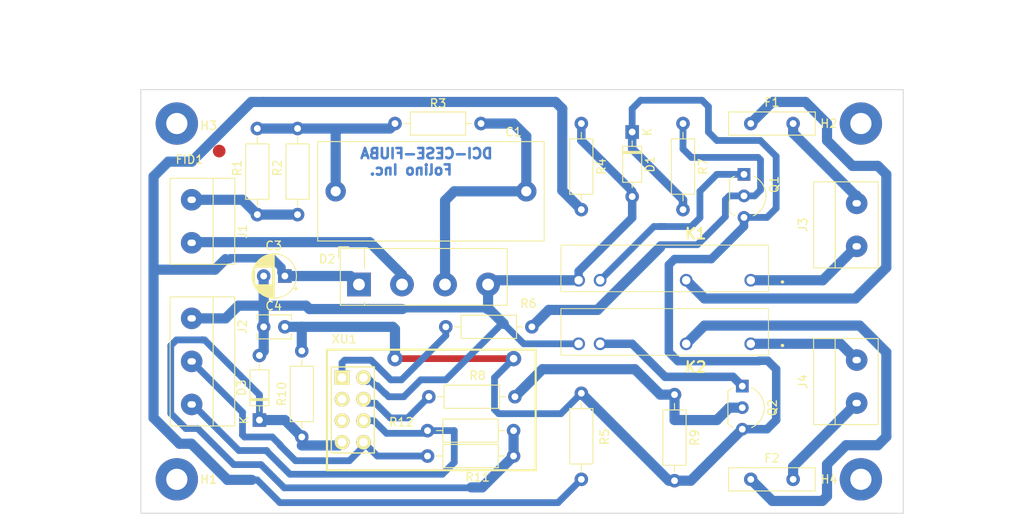
<source format=kicad_pcb>
(kicad_pcb (version 20171130) (host pcbnew 5.1.9-73d0e3b20d~88~ubuntu18.04.1)

  (general
    (thickness 1.6)
    (drawings 8)
    (tracks 266)
    (zones 0)
    (modules 34)
    (nets 25)
  )

  (page A4)
  (title_block
    (title "Controlador WiFi para cortina")
    (date 2021-04-10)
    (rev 1.2)
    (company CESE_FIUBA)
    (comment 1 "Profesor: Diego Brengi")
    (comment 2 "Revisor : Ing. Sergio Alberino")
    (comment 3 "Autor: Pablo D. Folino")
  )

  (layers
    (0 F.Cu signal)
    (31 B.Cu signal)
    (32 B.Adhes user hide)
    (33 F.Adhes user hide)
    (34 B.Paste user hide)
    (35 F.Paste user hide)
    (36 B.SilkS user hide)
    (37 F.SilkS user)
    (38 B.Mask user hide)
    (39 F.Mask user hide)
    (40 Dwgs.User user)
    (41 Cmts.User user hide)
    (42 Eco1.User user hide)
    (43 Eco2.User user hide)
    (44 Edge.Cuts user)
    (45 Margin user hide)
    (46 B.CrtYd user hide)
    (47 F.CrtYd user)
    (48 B.Fab user hide)
    (49 F.Fab user hide)
  )

  (setup
    (last_trace_width 0.25)
    (user_trace_width 0.8)
    (user_trace_width 1)
    (user_trace_width 1.2)
    (trace_clearance 0.8)
    (zone_clearance 0.508)
    (zone_45_only no)
    (trace_min 0.2)
    (via_size 0.8)
    (via_drill 0.4)
    (via_min_size 0.4)
    (via_min_drill 0.3)
    (user_via 1.6 0.8)
    (uvia_size 0.3)
    (uvia_drill 0.1)
    (uvias_allowed no)
    (uvia_min_size 0.2)
    (uvia_min_drill 0.1)
    (edge_width 0.05)
    (segment_width 0.2)
    (pcb_text_width 0.3)
    (pcb_text_size 1.5 1.5)
    (mod_edge_width 0.12)
    (mod_text_size 1 1)
    (mod_text_width 0.15)
    (pad_size 1.524 1.524)
    (pad_drill 0.762)
    (pad_to_mask_clearance 0)
    (aux_axis_origin 0 0)
    (visible_elements FFFFFF7F)
    (pcbplotparams
      (layerselection 0x010fc_ffffffff)
      (usegerberextensions false)
      (usegerberattributes true)
      (usegerberadvancedattributes true)
      (creategerberjobfile true)
      (excludeedgelayer true)
      (linewidth 0.100000)
      (plotframeref false)
      (viasonmask false)
      (mode 1)
      (useauxorigin false)
      (hpglpennumber 1)
      (hpglpenspeed 20)
      (hpglpendiameter 15.000000)
      (psnegative false)
      (psa4output false)
      (plotreference true)
      (plotvalue true)
      (plotinvisibletext false)
      (padsonsilk false)
      (subtractmaskfromsilk false)
      (outputformat 1)
      (mirror false)
      (drillshape 1)
      (scaleselection 1)
      (outputdirectory ""))
  )

  (net 0 "")
  (net 1 "Net-(C1-Pad2)")
  (net 2 "Net-(C1-Pad1)")
  (net 3 GND)
  (net 4 "Net-(C3-Pad1)")
  (net 5 +5V)
  (net 6 "Net-(D2-Pad2)")
  (net 7 "Net-(F1-Pad2)")
  (net 8 "Net-(F1-Pad1)")
  (net 9 "Net-(F2-Pad2)")
  (net 10 "Net-(F2-Pad1)")
  (net 11 /Llave2)
  (net 12 /Llave1)
  (net 13 "Net-(J3-Pad1)")
  (net 14 "Net-(K1-Pad3)")
  (net 15 "Net-(K2-Pad3)")
  (net 16 "Net-(Q1-Pad2)")
  (net 17 "Net-(Q2-Pad2)")
  (net 18 /Out1)
  (net 19 /Out2)
  (net 20 "Net-(J4-Pad2)")
  (net 21 +3V3)
  (net 22 "Net-(J1-Pad1)")
  (net 23 "Net-(XU1-Pad5)")
  (net 24 "Net-(XU1-Pad3)")

  (net_class Default "This is the default net class."
    (clearance 0.8)
    (trace_width 0.25)
    (via_dia 0.8)
    (via_drill 0.4)
    (uvia_dia 0.3)
    (uvia_drill 0.1)
    (add_net +3V3)
    (add_net +5V)
    (add_net /Llave1)
    (add_net /Llave2)
    (add_net /Out1)
    (add_net /Out2)
    (add_net GND)
    (add_net "Net-(C1-Pad1)")
    (add_net "Net-(C1-Pad2)")
    (add_net "Net-(C3-Pad1)")
    (add_net "Net-(D2-Pad2)")
    (add_net "Net-(F1-Pad1)")
    (add_net "Net-(F1-Pad2)")
    (add_net "Net-(F2-Pad1)")
    (add_net "Net-(F2-Pad2)")
    (add_net "Net-(J1-Pad1)")
    (add_net "Net-(J3-Pad1)")
    (add_net "Net-(J4-Pad2)")
    (add_net "Net-(K1-Pad3)")
    (add_net "Net-(K2-Pad3)")
    (add_net "Net-(Q1-Pad2)")
    (add_net "Net-(Q2-Pad2)")
    (add_net "Net-(XU1-Pad3)")
    (add_net "Net-(XU1-Pad5)")
  )

  (module ESP:ESP-01 (layer F.Cu) (tedit 6070A68D) (tstamp 6071AC2A)
    (at 130.75 90)
    (descr "Module, ESP-8266, ESP-01, 8 pin")
    (tags "Module ESP-8266 ESP8266")
    (path /604847F6)
    (fp_text reference XU1 (at 0.254 -4.572) (layer F.SilkS)
      (effects (font (size 1 1) (thickness 0.15)))
    )
    (fp_text value ESP-01v090 (at 12.192 3.556) (layer F.Fab)
      (effects (font (size 1 1) (thickness 0.15)))
    )
    (fp_line (start 3.81 -1.27) (end 1.27 -1.27) (layer F.SilkS) (width 0.1524))
    (fp_line (start 3.81 8.89) (end 3.81 -1.27) (layer F.SilkS) (width 0.1524))
    (fp_line (start -1.27 8.89) (end 3.81 8.89) (layer F.SilkS) (width 0.1524))
    (fp_line (start -1.27 1.27) (end -1.27 8.89) (layer F.SilkS) (width 0.1524))
    (fp_line (start -1.75 9.4) (end 4.3 9.4) (layer F.CrtYd) (width 0.05))
    (fp_line (start -1.75 -1.75) (end 4.3 -1.75) (layer F.CrtYd) (width 0.05))
    (fp_line (start 4.3 -1.75) (end 4.3 9.4) (layer F.CrtYd) (width 0.05))
    (fp_line (start -1.75 -1.75) (end -1.75 9.4) (layer F.CrtYd) (width 0.05))
    (fp_line (start -1.27 -1.27) (end -1.27 1.27) (layer F.SilkS) (width 0.1524))
    (fp_line (start 1.27 -1.27) (end -1.27 -1.27) (layer F.SilkS) (width 0.1524))
    (fp_line (start -1.778 10.922) (end -1.778 -3.302) (layer F.Fab) (width 0.05))
    (fp_line (start 22.86 10.922) (end -1.778 10.922) (layer F.Fab) (width 0.05))
    (fp_line (start 22.86 -3.302) (end 22.86 10.922) (layer F.Fab) (width 0.05))
    (fp_line (start -1.778 -3.302) (end 22.86 -3.302) (layer F.Fab) (width 0.05))
    (fp_line (start -1.778 10.922) (end -1.778 -3.302) (layer F.SilkS) (width 0.254))
    (fp_line (start 22.86 10.922) (end -1.778 10.922) (layer F.SilkS) (width 0.254))
    (fp_line (start 22.86 -3.302) (end 22.86 10.922) (layer F.SilkS) (width 0.254))
    (fp_line (start -1.778 -3.302) (end 22.86 -3.302) (layer F.SilkS) (width 0.254))
    (pad 8 thru_hole oval (at 2.54 7.62) (size 1.7272 1.7272) (drill 1.016) (layers *.Cu *.Mask F.SilkS)
      (net 11 /Llave2))
    (pad 7 thru_hole oval (at 0 7.62) (size 1.7272 1.7272) (drill 1.016) (layers *.Cu *.Mask F.SilkS)
      (net 21 +3V3))
    (pad 6 thru_hole oval (at 2.54 5.08) (size 1.7272 1.7272) (drill 1.016) (layers *.Cu *.Mask F.SilkS)
      (net 12 /Llave1))
    (pad 5 thru_hole oval (at 0 5.08) (size 1.7272 1.7272) (drill 1.016) (layers *.Cu *.Mask F.SilkS)
      (net 23 "Net-(XU1-Pad5)"))
    (pad 4 thru_hole oval (at 2.54 2.54) (size 1.7272 1.7272) (drill 1.016) (layers *.Cu *.Mask F.SilkS)
      (net 19 /Out2))
    (pad 3 thru_hole oval (at 0 2.54) (size 1.7272 1.7272) (drill 1.016) (layers *.Cu *.Mask F.SilkS)
      (net 24 "Net-(XU1-Pad3)"))
    (pad 2 thru_hole oval (at 2.54 0) (size 1.7272 1.7272) (drill 1.016) (layers *.Cu *.Mask F.SilkS)
      (net 3 GND))
    (pad 1 thru_hole rect (at 0 0) (size 1.7272 1.7272) (drill 1.016) (layers *.Cu *.Mask F.SilkS)
      (net 18 /Out1))
    (model ${KISYS3DMOD}/Connector_PinSocket_2.54mm.3dshapes/PinSocket_2x04_P2.54mm_Vertical.wrl
      (offset (xyz 2.54 0 0))
      (scale (xyz 1 1 1))
      (rotate (xyz 0 0 0))
    )
  )

  (module SSR:G3MB202PLDC5 (layer F.Cu) (tedit 607202D9) (tstamp 60728AB2)
    (at 179 86)
    (descr G3MB-202PL-DC5)
    (tags "Relay or Contactor")
    (path /6074D5D3)
    (fp_text reference K2 (at -6.5 2.75) (layer F.SilkS)
      (effects (font (size 1.27 1.27) (thickness 0.254)))
    )
    (fp_text value G3MB-202PL-DC5 (at -9.285 -1.4) (layer F.SilkS) hide
      (effects (font (size 1.27 1.27) (thickness 0.254)))
    )
    (fp_line (start 3.64 0.2) (end 3.64 0.2) (layer F.SilkS) (width 0.2))
    (fp_line (start 3.84 0.2) (end 3.84 0.2) (layer F.SilkS) (width 0.2))
    (fp_line (start -23.41 -5.15) (end -23.41 2.35) (layer F.CrtYd) (width 0.1))
    (fp_line (start 4.84 -5.15) (end -23.41 -5.15) (layer F.CrtYd) (width 0.1))
    (fp_line (start 4.84 2.35) (end 4.84 -5.15) (layer F.CrtYd) (width 0.1))
    (fp_line (start -23.41 2.35) (end 4.84 2.35) (layer F.CrtYd) (width 0.1))
    (fp_line (start -22.41 -4.15) (end -22.41 1.35) (layer F.SilkS) (width 0.1))
    (fp_line (start 2.09 -4.15) (end -22.41 -4.15) (layer F.SilkS) (width 0.1))
    (fp_line (start 2.09 1.35) (end 2.09 -4.15) (layer F.SilkS) (width 0.1))
    (fp_line (start -22.41 1.35) (end 2.09 1.35) (layer F.SilkS) (width 0.1))
    (fp_line (start -22.41 -4.15) (end -22.41 1.35) (layer F.Fab) (width 0.2))
    (fp_line (start 2.09 -4.15) (end -22.41 -4.15) (layer F.Fab) (width 0.2))
    (fp_line (start 2.09 1.35) (end 2.09 -4.15) (layer F.Fab) (width 0.2))
    (fp_line (start -22.41 1.35) (end 2.09 1.35) (layer F.Fab) (width 0.2))
    (fp_arc (start 3.74 0.2) (end 3.64 0.2) (angle -180) (layer F.SilkS) (width 0.2))
    (fp_arc (start 3.74 0.2) (end 3.84 0.2) (angle -180) (layer F.SilkS) (width 0.2))
    (fp_text user %R (at -9.285 -1.4) (layer F.Fab)
      (effects (font (size 1.27 1.27) (thickness 0.254)))
    )
    (pad 4 thru_hole circle (at -20.32 0) (size 1.5 1.5) (drill 1) (layers *.Cu *.Mask)
      (net 3 GND))
    (pad 3 thru_hole circle (at -17.78 0) (size 1.5 1.5) (drill 1) (layers *.Cu *.Mask)
      (net 15 "Net-(K2-Pad3)"))
    (pad 2 thru_hole circle (at -7.62 0) (size 1.5 1.5) (drill 1) (layers *.Cu *.Mask)
      (net 10 "Net-(F2-Pad1)"))
    (pad 1 thru_hole circle (at 0 0) (size 1.5 1.5) (drill 1) (layers *.Cu *.Mask)
      (net 20 "Net-(J4-Pad2)"))
    (model G3MB-202PL-DC5.stp
      (at (xyz 0 0 0))
      (scale (xyz 1 1 1))
      (rotate (xyz 0 0 0))
    )
    (model /home/pablo/Documentos/Especialización/12_DCI/Proyectos/Library/DriverCortina_Folino.pretty/G3MB_202P.wrl
      (offset (xyz -22.25 -1.25 0))
      (scale (xyz 0.3937 0.3937 0.3937))
      (rotate (xyz 0 0 0))
    )
  )

  (module Diode_THT:Diode_Bridge_Vishay_KBL (layer F.Cu) (tedit 5A50D183) (tstamp 60734BAF)
    (at 132.75 79)
    (descr "Vishay KBL rectifier package, 5.08mm pitch, see http://www.vishay.com/docs/88655/kbl005.pdf")
    (tags "Vishay KBL rectifier diode bridge")
    (path /6046A15E)
    (fp_text reference D2 (at -3.75 -3) (layer F.SilkS)
      (effects (font (size 1 1) (thickness 0.15)))
    )
    (fp_text value "Bridge KBL10" (at 7.75 3.55) (layer F.Fab)
      (effects (font (size 1 1) (thickness 0.15)))
    )
    (fp_line (start 0.65 2.05) (end 0.65 2.45) (layer F.SilkS) (width 0.12))
    (fp_line (start -2.4 -4.45) (end -1.2 -4.45) (layer F.SilkS) (width 0.12))
    (fp_line (start -2.4 -3.15) (end -2.4 -4.45) (layer F.SilkS) (width 0.12))
    (fp_line (start 0.65 -1.9) (end 0.65 -4.25) (layer F.SilkS) (width 0.12))
    (fp_line (start 0.65 -4.15) (end 0.65 2.35) (layer F.Fab) (width 0.12))
    (fp_line (start -2.2 -4.25) (end -2.2 2.45) (layer F.SilkS) (width 0.12))
    (fp_line (start 17.5 -4.25) (end -2.2 -4.25) (layer F.SilkS) (width 0.12))
    (fp_line (start 17.5 2.45) (end 17.5 -4.25) (layer F.SilkS) (width 0.12))
    (fp_line (start -2.2 2.45) (end 17.5 2.45) (layer F.SilkS) (width 0.12))
    (fp_line (start -2.1 -3.15) (end -2.1 2.35) (layer F.Fab) (width 0.1))
    (fp_line (start -1.2 -4.15) (end -2.1 -3.15) (layer F.Fab) (width 0.1))
    (fp_line (start 17.4 -4.15) (end -1.2 -4.15) (layer F.Fab) (width 0.1))
    (fp_line (start 17.4 2.35) (end 17.4 -4.15) (layer F.Fab) (width 0.12))
    (fp_line (start -2.1 2.35) (end 17.4 2.35) (layer F.Fab) (width 0.1))
    (fp_line (start -2.35 -4.4) (end 17.65 -4.4) (layer F.CrtYd) (width 0.05))
    (fp_line (start -2.35 -4.4) (end -2.35 2.6) (layer F.CrtYd) (width 0.05))
    (fp_line (start 17.65 2.6) (end 17.65 -4.4) (layer F.CrtYd) (width 0.05))
    (fp_line (start 17.65 2.6) (end -2.35 2.6) (layer F.CrtYd) (width 0.05))
    (fp_text user %R (at 7.75 -2.75) (layer F.Fab)
      (effects (font (size 1 1) (thickness 0.15)))
    )
    (pad 1 thru_hole rect (at 0 0) (size 2.8 2.8) (drill 1.4) (layers *.Cu *.Mask)
      (net 4 "Net-(C3-Pad1)"))
    (pad 2 thru_hole circle (at 5.08 0) (size 2.8 2.8) (drill 1.4) (layers *.Cu *.Mask)
      (net 6 "Net-(D2-Pad2)"))
    (pad 3 thru_hole circle (at 10.16 0) (size 2.8 2.8) (drill 1.4) (layers *.Cu *.Mask)
      (net 1 "Net-(C1-Pad2)"))
    (pad 4 thru_hole circle (at 15.24 0) (size 2.8 2.8) (drill 1.4) (layers *.Cu *.Mask)
      (net 3 GND))
    (model ${KISYS3DMOD}/Diode_THT.3dshapes/Diode_Bridge_Vishay_KBL.wrl
      (at (xyz 0 0 0))
      (scale (xyz 1 1 1))
      (rotate (xyz 0 0 0))
    )
  )

  (module DriverCortina_Folino:bornera_1x3_con_tornillo_5.08mm (layer F.Cu) (tedit 6062768D) (tstamp 60728489)
    (at 113 83 270)
    (path /604DE637)
    (fp_text reference J2 (at 1 -6 90) (layer F.SilkS)
      (effects (font (size 1 1) (thickness 0.15)))
    )
    (fp_text value "Llave Inversora" (at 3.81 -3.81 90) (layer F.Fab)
      (effects (font (size 1 1) (thickness 0.15)))
    )
    (fp_line (start -2.54 2.54) (end -2.54 -5.08) (layer F.SilkS) (width 0.12))
    (fp_line (start -2.54 -5.08) (end 12.7 -5.08) (layer F.SilkS) (width 0.12))
    (fp_line (start 12.7 -5.08) (end 12.7 2.54) (layer F.SilkS) (width 0.12))
    (fp_line (start 12.7 2.54) (end -2.54 2.54) (layer F.SilkS) (width 0.12))
    (fp_line (start -2.54 -2.54) (end 12.7 -2.54) (layer F.SilkS) (width 0.12))
    (pad 3 thru_hole circle (at 10.16 0 270) (size 2.54 2.54) (drill oval 0.762 1) (layers *.Cu *.Mask)
      (net 12 /Llave1))
    (pad 2 thru_hole circle (at 5.08 0 270) (size 2.54 2.54) (drill oval 0.762 1) (layers *.Cu *.Mask)
      (net 11 /Llave2))
    (pad 1 thru_hole circle (at 0 0 270) (size 2.54 2.54) (drill oval 0.762 1) (layers *.Cu *.Mask)
      (net 3 GND))
    (model /usr/share/kicad/modules/DriverCortina_Folino.pretty/bornera3_folino.wrl
      (offset (xyz -2.5 -2.5 0))
      (scale (xyz 0.3937 0.3937 0.3937))
      (rotate (xyz 0 0 0))
    )
  )

  (module Resistor_THT:R_Axial_DIN0207_L6.3mm_D2.5mm_P10.16mm_Horizontal (layer F.Cu) (tedit 5AE5139B) (tstamp 6071ABA3)
    (at 159 102 90)
    (descr "Resistor, Axial_DIN0207 series, Axial, Horizontal, pin pitch=10.16mm, 0.25W = 1/4W, length*diameter=6.3*2.5mm^2, http://cdn-reichelt.de/documents/datenblatt/B400/1_4W%23YAG.pdf")
    (tags "Resistor Axial_DIN0207 series Axial Horizontal pin pitch 10.16mm 0.25W = 1/4W length 6.3mm diameter 2.5mm")
    (path /6046EB99)
    (fp_text reference R5 (at 5 2.75 90) (layer F.SilkS)
      (effects (font (size 1 1) (thickness 0.15)))
    )
    (fp_text value 100 (at 5.08 2.37 90) (layer F.Fab)
      (effects (font (size 1 1) (thickness 0.15)))
    )
    (fp_line (start 11.21 -1.5) (end -1.05 -1.5) (layer F.CrtYd) (width 0.05))
    (fp_line (start 11.21 1.5) (end 11.21 -1.5) (layer F.CrtYd) (width 0.05))
    (fp_line (start -1.05 1.5) (end 11.21 1.5) (layer F.CrtYd) (width 0.05))
    (fp_line (start -1.05 -1.5) (end -1.05 1.5) (layer F.CrtYd) (width 0.05))
    (fp_line (start 9.12 0) (end 8.35 0) (layer F.SilkS) (width 0.12))
    (fp_line (start 1.04 0) (end 1.81 0) (layer F.SilkS) (width 0.12))
    (fp_line (start 8.35 -1.37) (end 1.81 -1.37) (layer F.SilkS) (width 0.12))
    (fp_line (start 8.35 1.37) (end 8.35 -1.37) (layer F.SilkS) (width 0.12))
    (fp_line (start 1.81 1.37) (end 8.35 1.37) (layer F.SilkS) (width 0.12))
    (fp_line (start 1.81 -1.37) (end 1.81 1.37) (layer F.SilkS) (width 0.12))
    (fp_line (start 10.16 0) (end 8.23 0) (layer F.Fab) (width 0.1))
    (fp_line (start 0 0) (end 1.93 0) (layer F.Fab) (width 0.1))
    (fp_line (start 8.23 -1.25) (end 1.93 -1.25) (layer F.Fab) (width 0.1))
    (fp_line (start 8.23 1.25) (end 8.23 -1.25) (layer F.Fab) (width 0.1))
    (fp_line (start 1.93 1.25) (end 8.23 1.25) (layer F.Fab) (width 0.1))
    (fp_line (start 1.93 -1.25) (end 1.93 1.25) (layer F.Fab) (width 0.1))
    (fp_text user %R (at 5.08 0 90) (layer F.Fab)
      (effects (font (size 1 1) (thickness 0.15)))
    )
    (pad 2 thru_hole oval (at 10.16 0 90) (size 1.6 1.6) (drill 0.8) (layers *.Cu *.Mask)
      (net 5 +5V))
    (pad 1 thru_hole circle (at 0 0 90) (size 1.6 1.6) (drill 0.8) (layers *.Cu *.Mask)
      (net 4 "Net-(C3-Pad1)"))
    (model ${KISYS3DMOD}/Resistor_THT.3dshapes/R_Axial_DIN0207_L6.3mm_D2.5mm_P10.16mm_Horizontal.wrl
      (at (xyz 0 0 0))
      (scale (xyz 1 1 1))
      (rotate (xyz 0 0 0))
    )
  )

  (module Capacitor_THT:CP_Radial_D5.0mm_P2.50mm (layer F.Cu) (tedit 5AE50EF0) (tstamp 6071AA20)
    (at 124 78 180)
    (descr "CP, Radial series, Radial, pin pitch=2.50mm, , diameter=5mm, Electrolytic Capacitor")
    (tags "CP Radial series Radial pin pitch 2.50mm  diameter 5mm Electrolytic Capacitor")
    (path /60467340)
    (fp_text reference C3 (at 1.318 3.578) (layer F.SilkS)
      (effects (font (size 1 1) (thickness 0.15)))
    )
    (fp_text value 100uF (at 1.25 3.75) (layer F.Fab)
      (effects (font (size 1 1) (thickness 0.15)))
    )
    (fp_circle (center 1.25 0) (end 3.75 0) (layer F.Fab) (width 0.1))
    (fp_circle (center 1.25 0) (end 3.87 0) (layer F.SilkS) (width 0.12))
    (fp_circle (center 1.25 0) (end 4 0) (layer F.CrtYd) (width 0.05))
    (fp_line (start -0.883605 -1.0875) (end -0.383605 -1.0875) (layer F.Fab) (width 0.1))
    (fp_line (start -0.633605 -1.3375) (end -0.633605 -0.8375) (layer F.Fab) (width 0.1))
    (fp_line (start 1.25 -2.58) (end 1.25 2.58) (layer F.SilkS) (width 0.12))
    (fp_line (start 1.29 -2.58) (end 1.29 2.58) (layer F.SilkS) (width 0.12))
    (fp_line (start 1.33 -2.579) (end 1.33 2.579) (layer F.SilkS) (width 0.12))
    (fp_line (start 1.37 -2.578) (end 1.37 2.578) (layer F.SilkS) (width 0.12))
    (fp_line (start 1.41 -2.576) (end 1.41 2.576) (layer F.SilkS) (width 0.12))
    (fp_line (start 1.45 -2.573) (end 1.45 2.573) (layer F.SilkS) (width 0.12))
    (fp_line (start 1.49 -2.569) (end 1.49 -1.04) (layer F.SilkS) (width 0.12))
    (fp_line (start 1.49 1.04) (end 1.49 2.569) (layer F.SilkS) (width 0.12))
    (fp_line (start 1.53 -2.565) (end 1.53 -1.04) (layer F.SilkS) (width 0.12))
    (fp_line (start 1.53 1.04) (end 1.53 2.565) (layer F.SilkS) (width 0.12))
    (fp_line (start 1.57 -2.561) (end 1.57 -1.04) (layer F.SilkS) (width 0.12))
    (fp_line (start 1.57 1.04) (end 1.57 2.561) (layer F.SilkS) (width 0.12))
    (fp_line (start 1.61 -2.556) (end 1.61 -1.04) (layer F.SilkS) (width 0.12))
    (fp_line (start 1.61 1.04) (end 1.61 2.556) (layer F.SilkS) (width 0.12))
    (fp_line (start 1.65 -2.55) (end 1.65 -1.04) (layer F.SilkS) (width 0.12))
    (fp_line (start 1.65 1.04) (end 1.65 2.55) (layer F.SilkS) (width 0.12))
    (fp_line (start 1.69 -2.543) (end 1.69 -1.04) (layer F.SilkS) (width 0.12))
    (fp_line (start 1.69 1.04) (end 1.69 2.543) (layer F.SilkS) (width 0.12))
    (fp_line (start 1.73 -2.536) (end 1.73 -1.04) (layer F.SilkS) (width 0.12))
    (fp_line (start 1.73 1.04) (end 1.73 2.536) (layer F.SilkS) (width 0.12))
    (fp_line (start 1.77 -2.528) (end 1.77 -1.04) (layer F.SilkS) (width 0.12))
    (fp_line (start 1.77 1.04) (end 1.77 2.528) (layer F.SilkS) (width 0.12))
    (fp_line (start 1.81 -2.52) (end 1.81 -1.04) (layer F.SilkS) (width 0.12))
    (fp_line (start 1.81 1.04) (end 1.81 2.52) (layer F.SilkS) (width 0.12))
    (fp_line (start 1.85 -2.511) (end 1.85 -1.04) (layer F.SilkS) (width 0.12))
    (fp_line (start 1.85 1.04) (end 1.85 2.511) (layer F.SilkS) (width 0.12))
    (fp_line (start 1.89 -2.501) (end 1.89 -1.04) (layer F.SilkS) (width 0.12))
    (fp_line (start 1.89 1.04) (end 1.89 2.501) (layer F.SilkS) (width 0.12))
    (fp_line (start 1.93 -2.491) (end 1.93 -1.04) (layer F.SilkS) (width 0.12))
    (fp_line (start 1.93 1.04) (end 1.93 2.491) (layer F.SilkS) (width 0.12))
    (fp_line (start 1.971 -2.48) (end 1.971 -1.04) (layer F.SilkS) (width 0.12))
    (fp_line (start 1.971 1.04) (end 1.971 2.48) (layer F.SilkS) (width 0.12))
    (fp_line (start 2.011 -2.468) (end 2.011 -1.04) (layer F.SilkS) (width 0.12))
    (fp_line (start 2.011 1.04) (end 2.011 2.468) (layer F.SilkS) (width 0.12))
    (fp_line (start 2.051 -2.455) (end 2.051 -1.04) (layer F.SilkS) (width 0.12))
    (fp_line (start 2.051 1.04) (end 2.051 2.455) (layer F.SilkS) (width 0.12))
    (fp_line (start 2.091 -2.442) (end 2.091 -1.04) (layer F.SilkS) (width 0.12))
    (fp_line (start 2.091 1.04) (end 2.091 2.442) (layer F.SilkS) (width 0.12))
    (fp_line (start 2.131 -2.428) (end 2.131 -1.04) (layer F.SilkS) (width 0.12))
    (fp_line (start 2.131 1.04) (end 2.131 2.428) (layer F.SilkS) (width 0.12))
    (fp_line (start 2.171 -2.414) (end 2.171 -1.04) (layer F.SilkS) (width 0.12))
    (fp_line (start 2.171 1.04) (end 2.171 2.414) (layer F.SilkS) (width 0.12))
    (fp_line (start 2.211 -2.398) (end 2.211 -1.04) (layer F.SilkS) (width 0.12))
    (fp_line (start 2.211 1.04) (end 2.211 2.398) (layer F.SilkS) (width 0.12))
    (fp_line (start 2.251 -2.382) (end 2.251 -1.04) (layer F.SilkS) (width 0.12))
    (fp_line (start 2.251 1.04) (end 2.251 2.382) (layer F.SilkS) (width 0.12))
    (fp_line (start 2.291 -2.365) (end 2.291 -1.04) (layer F.SilkS) (width 0.12))
    (fp_line (start 2.291 1.04) (end 2.291 2.365) (layer F.SilkS) (width 0.12))
    (fp_line (start 2.331 -2.348) (end 2.331 -1.04) (layer F.SilkS) (width 0.12))
    (fp_line (start 2.331 1.04) (end 2.331 2.348) (layer F.SilkS) (width 0.12))
    (fp_line (start 2.371 -2.329) (end 2.371 -1.04) (layer F.SilkS) (width 0.12))
    (fp_line (start 2.371 1.04) (end 2.371 2.329) (layer F.SilkS) (width 0.12))
    (fp_line (start 2.411 -2.31) (end 2.411 -1.04) (layer F.SilkS) (width 0.12))
    (fp_line (start 2.411 1.04) (end 2.411 2.31) (layer F.SilkS) (width 0.12))
    (fp_line (start 2.451 -2.29) (end 2.451 -1.04) (layer F.SilkS) (width 0.12))
    (fp_line (start 2.451 1.04) (end 2.451 2.29) (layer F.SilkS) (width 0.12))
    (fp_line (start 2.491 -2.268) (end 2.491 -1.04) (layer F.SilkS) (width 0.12))
    (fp_line (start 2.491 1.04) (end 2.491 2.268) (layer F.SilkS) (width 0.12))
    (fp_line (start 2.531 -2.247) (end 2.531 -1.04) (layer F.SilkS) (width 0.12))
    (fp_line (start 2.531 1.04) (end 2.531 2.247) (layer F.SilkS) (width 0.12))
    (fp_line (start 2.571 -2.224) (end 2.571 -1.04) (layer F.SilkS) (width 0.12))
    (fp_line (start 2.571 1.04) (end 2.571 2.224) (layer F.SilkS) (width 0.12))
    (fp_line (start 2.611 -2.2) (end 2.611 -1.04) (layer F.SilkS) (width 0.12))
    (fp_line (start 2.611 1.04) (end 2.611 2.2) (layer F.SilkS) (width 0.12))
    (fp_line (start 2.651 -2.175) (end 2.651 -1.04) (layer F.SilkS) (width 0.12))
    (fp_line (start 2.651 1.04) (end 2.651 2.175) (layer F.SilkS) (width 0.12))
    (fp_line (start 2.691 -2.149) (end 2.691 -1.04) (layer F.SilkS) (width 0.12))
    (fp_line (start 2.691 1.04) (end 2.691 2.149) (layer F.SilkS) (width 0.12))
    (fp_line (start 2.731 -2.122) (end 2.731 -1.04) (layer F.SilkS) (width 0.12))
    (fp_line (start 2.731 1.04) (end 2.731 2.122) (layer F.SilkS) (width 0.12))
    (fp_line (start 2.771 -2.095) (end 2.771 -1.04) (layer F.SilkS) (width 0.12))
    (fp_line (start 2.771 1.04) (end 2.771 2.095) (layer F.SilkS) (width 0.12))
    (fp_line (start 2.811 -2.065) (end 2.811 -1.04) (layer F.SilkS) (width 0.12))
    (fp_line (start 2.811 1.04) (end 2.811 2.065) (layer F.SilkS) (width 0.12))
    (fp_line (start 2.851 -2.035) (end 2.851 -1.04) (layer F.SilkS) (width 0.12))
    (fp_line (start 2.851 1.04) (end 2.851 2.035) (layer F.SilkS) (width 0.12))
    (fp_line (start 2.891 -2.004) (end 2.891 -1.04) (layer F.SilkS) (width 0.12))
    (fp_line (start 2.891 1.04) (end 2.891 2.004) (layer F.SilkS) (width 0.12))
    (fp_line (start 2.931 -1.971) (end 2.931 -1.04) (layer F.SilkS) (width 0.12))
    (fp_line (start 2.931 1.04) (end 2.931 1.971) (layer F.SilkS) (width 0.12))
    (fp_line (start 2.971 -1.937) (end 2.971 -1.04) (layer F.SilkS) (width 0.12))
    (fp_line (start 2.971 1.04) (end 2.971 1.937) (layer F.SilkS) (width 0.12))
    (fp_line (start 3.011 -1.901) (end 3.011 -1.04) (layer F.SilkS) (width 0.12))
    (fp_line (start 3.011 1.04) (end 3.011 1.901) (layer F.SilkS) (width 0.12))
    (fp_line (start 3.051 -1.864) (end 3.051 -1.04) (layer F.SilkS) (width 0.12))
    (fp_line (start 3.051 1.04) (end 3.051 1.864) (layer F.SilkS) (width 0.12))
    (fp_line (start 3.091 -1.826) (end 3.091 -1.04) (layer F.SilkS) (width 0.12))
    (fp_line (start 3.091 1.04) (end 3.091 1.826) (layer F.SilkS) (width 0.12))
    (fp_line (start 3.131 -1.785) (end 3.131 -1.04) (layer F.SilkS) (width 0.12))
    (fp_line (start 3.131 1.04) (end 3.131 1.785) (layer F.SilkS) (width 0.12))
    (fp_line (start 3.171 -1.743) (end 3.171 -1.04) (layer F.SilkS) (width 0.12))
    (fp_line (start 3.171 1.04) (end 3.171 1.743) (layer F.SilkS) (width 0.12))
    (fp_line (start 3.211 -1.699) (end 3.211 -1.04) (layer F.SilkS) (width 0.12))
    (fp_line (start 3.211 1.04) (end 3.211 1.699) (layer F.SilkS) (width 0.12))
    (fp_line (start 3.251 -1.653) (end 3.251 -1.04) (layer F.SilkS) (width 0.12))
    (fp_line (start 3.251 1.04) (end 3.251 1.653) (layer F.SilkS) (width 0.12))
    (fp_line (start 3.291 -1.605) (end 3.291 -1.04) (layer F.SilkS) (width 0.12))
    (fp_line (start 3.291 1.04) (end 3.291 1.605) (layer F.SilkS) (width 0.12))
    (fp_line (start 3.331 -1.554) (end 3.331 -1.04) (layer F.SilkS) (width 0.12))
    (fp_line (start 3.331 1.04) (end 3.331 1.554) (layer F.SilkS) (width 0.12))
    (fp_line (start 3.371 -1.5) (end 3.371 -1.04) (layer F.SilkS) (width 0.12))
    (fp_line (start 3.371 1.04) (end 3.371 1.5) (layer F.SilkS) (width 0.12))
    (fp_line (start 3.411 -1.443) (end 3.411 -1.04) (layer F.SilkS) (width 0.12))
    (fp_line (start 3.411 1.04) (end 3.411 1.443) (layer F.SilkS) (width 0.12))
    (fp_line (start 3.451 -1.383) (end 3.451 -1.04) (layer F.SilkS) (width 0.12))
    (fp_line (start 3.451 1.04) (end 3.451 1.383) (layer F.SilkS) (width 0.12))
    (fp_line (start 3.491 -1.319) (end 3.491 -1.04) (layer F.SilkS) (width 0.12))
    (fp_line (start 3.491 1.04) (end 3.491 1.319) (layer F.SilkS) (width 0.12))
    (fp_line (start 3.531 -1.251) (end 3.531 -1.04) (layer F.SilkS) (width 0.12))
    (fp_line (start 3.531 1.04) (end 3.531 1.251) (layer F.SilkS) (width 0.12))
    (fp_line (start 3.571 -1.178) (end 3.571 1.178) (layer F.SilkS) (width 0.12))
    (fp_line (start 3.611 -1.098) (end 3.611 1.098) (layer F.SilkS) (width 0.12))
    (fp_line (start 3.651 -1.011) (end 3.651 1.011) (layer F.SilkS) (width 0.12))
    (fp_line (start 3.691 -0.915) (end 3.691 0.915) (layer F.SilkS) (width 0.12))
    (fp_line (start 3.731 -0.805) (end 3.731 0.805) (layer F.SilkS) (width 0.12))
    (fp_line (start 3.771 -0.677) (end 3.771 0.677) (layer F.SilkS) (width 0.12))
    (fp_line (start 3.811 -0.518) (end 3.811 0.518) (layer F.SilkS) (width 0.12))
    (fp_line (start 3.851 -0.284) (end 3.851 0.284) (layer F.SilkS) (width 0.12))
    (fp_line (start -1.554775 -1.475) (end -1.054775 -1.475) (layer F.SilkS) (width 0.12))
    (fp_line (start -1.304775 -1.725) (end -1.304775 -1.225) (layer F.SilkS) (width 0.12))
    (fp_text user %R (at 1.25 0) (layer F.Fab)
      (effects (font (size 1 1) (thickness 0.15)))
    )
    (pad 2 thru_hole circle (at 2.5 0 180) (size 1.6 1.6) (drill 0.8) (layers *.Cu *.Mask)
      (net 3 GND))
    (pad 1 thru_hole rect (at 0 0 180) (size 1.6 1.6) (drill 0.8) (layers *.Cu *.Mask)
      (net 4 "Net-(C3-Pad1)"))
    (model ${KISYS3DMOD}/Capacitor_THT.3dshapes/CP_Radial_D5.0mm_P2.50mm.wrl
      (at (xyz 0 0 0))
      (scale (xyz 1 1 1))
      (rotate (xyz 0 0 0))
    )
  )

  (module DriverCortina_Folino:bornera_1x2_con_tornillo_5.08mm (layer F.Cu) (tedit 6062741F) (tstamp 60728A86)
    (at 191.5 93 90)
    (path /6074D5D9)
    (fp_text reference J4 (at 2.54 -6.35 90) (layer F.SilkS)
      (effects (font (size 1 1) (thickness 0.15)))
    )
    (fp_text value "Motor 2" (at 3.81 -3.81 90) (layer F.Fab)
      (effects (font (size 1 1) (thickness 0.15)))
    )
    (fp_line (start -2.54 2.54) (end -2.54 -5.08) (layer F.SilkS) (width 0.12))
    (fp_line (start -2.54 -5.08) (end 7.62 -5.08) (layer F.SilkS) (width 0.12))
    (fp_line (start 7.62 -5.08) (end 7.62 2.54) (layer F.SilkS) (width 0.12))
    (fp_line (start 7.62 2.54) (end -2.54 2.54) (layer F.SilkS) (width 0.12))
    (fp_line (start 7.62 -2.54) (end -2.54 -2.54) (layer F.SilkS) (width 0.12))
    (pad 2 thru_hole circle (at 5.08 0 90) (size 2.54 2.54) (drill oval 0.762 1) (layers *.Cu *.Mask)
      (net 20 "Net-(J4-Pad2)"))
    (pad 1 thru_hole circle (at 0 0 90) (size 2.54 2.54) (drill oval 0.762 1) (layers *.Cu *.Mask)
      (net 9 "Net-(F2-Pad2)"))
    (model /usr/share/kicad/modules/DriverCortina_Folino.pretty/bornera2_folino.wrl
      (offset (xyz -2.5 -2.5 0))
      (scale (xyz 0.3937 0.3937 0.3937))
      (rotate (xyz 0 0 0))
    )
  )

  (module Resistor_THT:R_Axial_DIN0207_L6.3mm_D2.5mm_P10.16mm_Horizontal (layer F.Cu) (tedit 5AE5139B) (tstamp 60728B50)
    (at 170 92 270)
    (descr "Resistor, Axial_DIN0207 series, Axial, Horizontal, pin pitch=10.16mm, 0.25W = 1/4W, length*diameter=6.3*2.5mm^2, http://cdn-reichelt.de/documents/datenblatt/B400/1_4W%23YAG.pdf")
    (tags "Resistor Axial_DIN0207 series Axial Horizontal pin pitch 10.16mm 0.25W = 1/4W length 6.3mm diameter 2.5mm")
    (path /6074D5FC)
    (fp_text reference R9 (at 5.08 -2.37 90) (layer F.SilkS)
      (effects (font (size 1 1) (thickness 0.15)))
    )
    (fp_text value 10K (at 5.08 2.37 90) (layer F.Fab)
      (effects (font (size 1 1) (thickness 0.15)))
    )
    (fp_line (start 11.21 -1.5) (end -1.05 -1.5) (layer F.CrtYd) (width 0.05))
    (fp_line (start 11.21 1.5) (end 11.21 -1.5) (layer F.CrtYd) (width 0.05))
    (fp_line (start -1.05 1.5) (end 11.21 1.5) (layer F.CrtYd) (width 0.05))
    (fp_line (start -1.05 -1.5) (end -1.05 1.5) (layer F.CrtYd) (width 0.05))
    (fp_line (start 9.12 0) (end 8.35 0) (layer F.SilkS) (width 0.12))
    (fp_line (start 1.04 0) (end 1.81 0) (layer F.SilkS) (width 0.12))
    (fp_line (start 8.35 -1.37) (end 1.81 -1.37) (layer F.SilkS) (width 0.12))
    (fp_line (start 8.35 1.37) (end 8.35 -1.37) (layer F.SilkS) (width 0.12))
    (fp_line (start 1.81 1.37) (end 8.35 1.37) (layer F.SilkS) (width 0.12))
    (fp_line (start 1.81 -1.37) (end 1.81 1.37) (layer F.SilkS) (width 0.12))
    (fp_line (start 10.16 0) (end 8.23 0) (layer F.Fab) (width 0.1))
    (fp_line (start 0 0) (end 1.93 0) (layer F.Fab) (width 0.1))
    (fp_line (start 8.23 -1.25) (end 1.93 -1.25) (layer F.Fab) (width 0.1))
    (fp_line (start 8.23 1.25) (end 8.23 -1.25) (layer F.Fab) (width 0.1))
    (fp_line (start 1.93 1.25) (end 8.23 1.25) (layer F.Fab) (width 0.1))
    (fp_line (start 1.93 -1.25) (end 1.93 1.25) (layer F.Fab) (width 0.1))
    (fp_text user %R (at 5.08 0 90) (layer F.Fab)
      (effects (font (size 1 1) (thickness 0.15)))
    )
    (pad 2 thru_hole oval (at 10.16 0 270) (size 1.6 1.6) (drill 0.8) (layers *.Cu *.Mask)
      (net 5 +5V))
    (pad 1 thru_hole circle (at 0 0 270) (size 1.6 1.6) (drill 0.8) (layers *.Cu *.Mask)
      (net 17 "Net-(Q2-Pad2)"))
    (model ${KISYS3DMOD}/Resistor_THT.3dshapes/R_Axial_DIN0207_L6.3mm_D2.5mm_P10.16mm_Horizontal.wrl
      (at (xyz 0 0 0))
      (scale (xyz 1 1 1))
      (rotate (xyz 0 0 0))
    )
  )

  (module Resistor_THT:R_Axial_DIN0207_L6.3mm_D2.5mm_P10.16mm_Horizontal (layer F.Cu) (tedit 5AE5139B) (tstamp 60725E6D)
    (at 171 60 270)
    (descr "Resistor, Axial_DIN0207 series, Axial, Horizontal, pin pitch=10.16mm, 0.25W = 1/4W, length*diameter=6.3*2.5mm^2, http://cdn-reichelt.de/documents/datenblatt/B400/1_4W%23YAG.pdf")
    (tags "Resistor Axial_DIN0207 series Axial Horizontal pin pitch 10.16mm 0.25W = 1/4W length 6.3mm diameter 2.5mm")
    (path /604A6200)
    (fp_text reference R7 (at 5.08 -2.37 90) (layer F.SilkS)
      (effects (font (size 1 1) (thickness 0.15)))
    )
    (fp_text value 10K (at 5.08 2.37 90) (layer F.Fab)
      (effects (font (size 1 1) (thickness 0.15)))
    )
    (fp_line (start 11.21 -1.5) (end -1.05 -1.5) (layer F.CrtYd) (width 0.05))
    (fp_line (start 11.21 1.5) (end 11.21 -1.5) (layer F.CrtYd) (width 0.05))
    (fp_line (start -1.05 1.5) (end 11.21 1.5) (layer F.CrtYd) (width 0.05))
    (fp_line (start -1.05 -1.5) (end -1.05 1.5) (layer F.CrtYd) (width 0.05))
    (fp_line (start 9.12 0) (end 8.35 0) (layer F.SilkS) (width 0.12))
    (fp_line (start 1.04 0) (end 1.81 0) (layer F.SilkS) (width 0.12))
    (fp_line (start 8.35 -1.37) (end 1.81 -1.37) (layer F.SilkS) (width 0.12))
    (fp_line (start 8.35 1.37) (end 8.35 -1.37) (layer F.SilkS) (width 0.12))
    (fp_line (start 1.81 1.37) (end 8.35 1.37) (layer F.SilkS) (width 0.12))
    (fp_line (start 1.81 -1.37) (end 1.81 1.37) (layer F.SilkS) (width 0.12))
    (fp_line (start 10.16 0) (end 8.23 0) (layer F.Fab) (width 0.1))
    (fp_line (start 0 0) (end 1.93 0) (layer F.Fab) (width 0.1))
    (fp_line (start 8.23 -1.25) (end 1.93 -1.25) (layer F.Fab) (width 0.1))
    (fp_line (start 8.23 1.25) (end 8.23 -1.25) (layer F.Fab) (width 0.1))
    (fp_line (start 1.93 1.25) (end 8.23 1.25) (layer F.Fab) (width 0.1))
    (fp_line (start 1.93 -1.25) (end 1.93 1.25) (layer F.Fab) (width 0.1))
    (fp_text user %R (at 5.08 0 90) (layer F.Fab)
      (effects (font (size 1 1) (thickness 0.15)))
    )
    (pad 2 thru_hole oval (at 10.16 0 270) (size 1.6 1.6) (drill 0.8) (layers *.Cu *.Mask)
      (net 5 +5V))
    (pad 1 thru_hole circle (at 0 0 270) (size 1.6 1.6) (drill 0.8) (layers *.Cu *.Mask)
      (net 16 "Net-(Q1-Pad2)"))
    (model ${KISYS3DMOD}/Resistor_THT.3dshapes/R_Axial_DIN0207_L6.3mm_D2.5mm_P10.16mm_Horizontal.wrl
      (at (xyz 0 0 0))
      (scale (xyz 1 1 1))
      (rotate (xyz 0 0 0))
    )
  )

  (module Resistor_THT:R_Axial_DIN0207_L6.3mm_D2.5mm_P10.16mm_Horizontal (layer F.Cu) (tedit 5AE5139B) (tstamp 60734788)
    (at 159 60 270)
    (descr "Resistor, Axial_DIN0207 series, Axial, Horizontal, pin pitch=10.16mm, 0.25W = 1/4W, length*diameter=6.3*2.5mm^2, http://cdn-reichelt.de/documents/datenblatt/B400/1_4W%23YAG.pdf")
    (tags "Resistor Axial_DIN0207 series Axial Horizontal pin pitch 10.16mm 0.25W = 1/4W length 6.3mm diameter 2.5mm")
    (path /6046DDF5)
    (fp_text reference R4 (at 5.08 -2.37 90) (layer F.SilkS)
      (effects (font (size 1 1) (thickness 0.15)))
    )
    (fp_text value 1M (at 5.08 2.37 90) (layer F.Fab)
      (effects (font (size 1 1) (thickness 0.15)))
    )
    (fp_line (start 11.21 -1.5) (end -1.05 -1.5) (layer F.CrtYd) (width 0.05))
    (fp_line (start 11.21 1.5) (end 11.21 -1.5) (layer F.CrtYd) (width 0.05))
    (fp_line (start -1.05 1.5) (end 11.21 1.5) (layer F.CrtYd) (width 0.05))
    (fp_line (start -1.05 -1.5) (end -1.05 1.5) (layer F.CrtYd) (width 0.05))
    (fp_line (start 9.12 0) (end 8.35 0) (layer F.SilkS) (width 0.12))
    (fp_line (start 1.04 0) (end 1.81 0) (layer F.SilkS) (width 0.12))
    (fp_line (start 8.35 -1.37) (end 1.81 -1.37) (layer F.SilkS) (width 0.12))
    (fp_line (start 8.35 1.37) (end 8.35 -1.37) (layer F.SilkS) (width 0.12))
    (fp_line (start 1.81 1.37) (end 8.35 1.37) (layer F.SilkS) (width 0.12))
    (fp_line (start 1.81 -1.37) (end 1.81 1.37) (layer F.SilkS) (width 0.12))
    (fp_line (start 10.16 0) (end 8.23 0) (layer F.Fab) (width 0.1))
    (fp_line (start 0 0) (end 1.93 0) (layer F.Fab) (width 0.1))
    (fp_line (start 8.23 -1.25) (end 1.93 -1.25) (layer F.Fab) (width 0.1))
    (fp_line (start 8.23 1.25) (end 8.23 -1.25) (layer F.Fab) (width 0.1))
    (fp_line (start 1.93 1.25) (end 8.23 1.25) (layer F.Fab) (width 0.1))
    (fp_line (start 1.93 -1.25) (end 1.93 1.25) (layer F.Fab) (width 0.1))
    (fp_text user %R (at 5.08 0 90) (layer F.Fab)
      (effects (font (size 1 1) (thickness 0.15)))
    )
    (pad 2 thru_hole oval (at 10.16 0 270) (size 1.6 1.6) (drill 0.8) (layers *.Cu *.Mask)
      (net 4 "Net-(C3-Pad1)"))
    (pad 1 thru_hole circle (at 0 0 270) (size 1.6 1.6) (drill 0.8) (layers *.Cu *.Mask)
      (net 3 GND))
    (model ${KISYS3DMOD}/Resistor_THT.3dshapes/R_Axial_DIN0207_L6.3mm_D2.5mm_P10.16mm_Horizontal.wrl
      (at (xyz 0 0 0))
      (scale (xyz 1 1 1))
      (rotate (xyz 0 0 0))
    )
  )

  (module Resistor_THT:R_Axial_DIN0207_L6.3mm_D2.5mm_P10.16mm_Horizontal (layer F.Cu) (tedit 5AE5139B) (tstamp 6071AB85)
    (at 137 60)
    (descr "Resistor, Axial_DIN0207 series, Axial, Horizontal, pin pitch=10.16mm, 0.25W = 1/4W, length*diameter=6.3*2.5mm^2, http://cdn-reichelt.de/documents/datenblatt/B400/1_4W%23YAG.pdf")
    (tags "Resistor Axial_DIN0207 series Axial Horizontal pin pitch 10.16mm 0.25W = 1/4W length 6.3mm diameter 2.5mm")
    (path /604648AA)
    (fp_text reference R3 (at 5.08 -2.37) (layer F.SilkS)
      (effects (font (size 1 1) (thickness 0.15)))
    )
    (fp_text value 1M (at 5.08 2.37) (layer F.Fab)
      (effects (font (size 1 1) (thickness 0.15)))
    )
    (fp_line (start 11.21 -1.5) (end -1.05 -1.5) (layer F.CrtYd) (width 0.05))
    (fp_line (start 11.21 1.5) (end 11.21 -1.5) (layer F.CrtYd) (width 0.05))
    (fp_line (start -1.05 1.5) (end 11.21 1.5) (layer F.CrtYd) (width 0.05))
    (fp_line (start -1.05 -1.5) (end -1.05 1.5) (layer F.CrtYd) (width 0.05))
    (fp_line (start 9.12 0) (end 8.35 0) (layer F.SilkS) (width 0.12))
    (fp_line (start 1.04 0) (end 1.81 0) (layer F.SilkS) (width 0.12))
    (fp_line (start 8.35 -1.37) (end 1.81 -1.37) (layer F.SilkS) (width 0.12))
    (fp_line (start 8.35 1.37) (end 8.35 -1.37) (layer F.SilkS) (width 0.12))
    (fp_line (start 1.81 1.37) (end 8.35 1.37) (layer F.SilkS) (width 0.12))
    (fp_line (start 1.81 -1.37) (end 1.81 1.37) (layer F.SilkS) (width 0.12))
    (fp_line (start 10.16 0) (end 8.23 0) (layer F.Fab) (width 0.1))
    (fp_line (start 0 0) (end 1.93 0) (layer F.Fab) (width 0.1))
    (fp_line (start 8.23 -1.25) (end 1.93 -1.25) (layer F.Fab) (width 0.1))
    (fp_line (start 8.23 1.25) (end 8.23 -1.25) (layer F.Fab) (width 0.1))
    (fp_line (start 1.93 1.25) (end 8.23 1.25) (layer F.Fab) (width 0.1))
    (fp_line (start 1.93 -1.25) (end 1.93 1.25) (layer F.Fab) (width 0.1))
    (fp_text user %R (at 5.08 0) (layer F.Fab)
      (effects (font (size 1 1) (thickness 0.15)))
    )
    (pad 2 thru_hole oval (at 10.16 0) (size 1.6 1.6) (drill 0.8) (layers *.Cu *.Mask)
      (net 1 "Net-(C1-Pad2)"))
    (pad 1 thru_hole circle (at 0 0) (size 1.6 1.6) (drill 0.8) (layers *.Cu *.Mask)
      (net 2 "Net-(C1-Pad1)"))
    (model ${KISYS3DMOD}/Resistor_THT.3dshapes/R_Axial_DIN0207_L6.3mm_D2.5mm_P10.16mm_Horizontal.wrl
      (at (xyz 0 0 0))
      (scale (xyz 1 1 1))
      (rotate (xyz 0 0 0))
    )
  )

  (module Resistor_THT:R_Axial_DIN0207_L6.3mm_D2.5mm_P10.16mm_Horizontal (layer F.Cu) (tedit 5AE5139B) (tstamp 6071AB76)
    (at 125.5 70.75 90)
    (descr "Resistor, Axial_DIN0207 series, Axial, Horizontal, pin pitch=10.16mm, 0.25W = 1/4W, length*diameter=6.3*2.5mm^2, http://cdn-reichelt.de/documents/datenblatt/B400/1_4W%23YAG.pdf")
    (tags "Resistor Axial_DIN0207 series Axial Horizontal pin pitch 10.16mm 0.25W = 1/4W length 6.3mm diameter 2.5mm")
    (path /60463D8A)
    (fp_text reference R2 (at 5.5 -2.37 90) (layer F.SilkS)
      (effects (font (size 1 1) (thickness 0.15)))
    )
    (fp_text value 100 (at 5.08 2.37 90) (layer F.Fab)
      (effects (font (size 1 1) (thickness 0.15)))
    )
    (fp_line (start 11.21 -1.5) (end -1.05 -1.5) (layer F.CrtYd) (width 0.05))
    (fp_line (start 11.21 1.5) (end 11.21 -1.5) (layer F.CrtYd) (width 0.05))
    (fp_line (start -1.05 1.5) (end 11.21 1.5) (layer F.CrtYd) (width 0.05))
    (fp_line (start -1.05 -1.5) (end -1.05 1.5) (layer F.CrtYd) (width 0.05))
    (fp_line (start 9.12 0) (end 8.35 0) (layer F.SilkS) (width 0.12))
    (fp_line (start 1.04 0) (end 1.81 0) (layer F.SilkS) (width 0.12))
    (fp_line (start 8.35 -1.37) (end 1.81 -1.37) (layer F.SilkS) (width 0.12))
    (fp_line (start 8.35 1.37) (end 8.35 -1.37) (layer F.SilkS) (width 0.12))
    (fp_line (start 1.81 1.37) (end 8.35 1.37) (layer F.SilkS) (width 0.12))
    (fp_line (start 1.81 -1.37) (end 1.81 1.37) (layer F.SilkS) (width 0.12))
    (fp_line (start 10.16 0) (end 8.23 0) (layer F.Fab) (width 0.1))
    (fp_line (start 0 0) (end 1.93 0) (layer F.Fab) (width 0.1))
    (fp_line (start 8.23 -1.25) (end 1.93 -1.25) (layer F.Fab) (width 0.1))
    (fp_line (start 8.23 1.25) (end 8.23 -1.25) (layer F.Fab) (width 0.1))
    (fp_line (start 1.93 1.25) (end 8.23 1.25) (layer F.Fab) (width 0.1))
    (fp_line (start 1.93 -1.25) (end 1.93 1.25) (layer F.Fab) (width 0.1))
    (fp_text user %R (at 5.08 0 90) (layer F.Fab)
      (effects (font (size 1 1) (thickness 0.15)))
    )
    (pad 2 thru_hole oval (at 10.16 0 90) (size 1.6 1.6) (drill 0.8) (layers *.Cu *.Mask)
      (net 2 "Net-(C1-Pad1)"))
    (pad 1 thru_hole circle (at 0 0 90) (size 1.6 1.6) (drill 0.8) (layers *.Cu *.Mask)
      (net 22 "Net-(J1-Pad1)"))
    (model ${KISYS3DMOD}/Resistor_THT.3dshapes/R_Axial_DIN0207_L6.3mm_D2.5mm_P10.16mm_Horizontal.wrl
      (at (xyz 0 0 0))
      (scale (xyz 1 1 1))
      (rotate (xyz 0 0 0))
    )
  )

  (module Resistor_THT:R_Axial_DIN0207_L6.3mm_D2.5mm_P10.16mm_Horizontal (layer F.Cu) (tedit 5AE5139B) (tstamp 6071AB67)
    (at 120.75 70.75 90)
    (descr "Resistor, Axial_DIN0207 series, Axial, Horizontal, pin pitch=10.16mm, 0.25W = 1/4W, length*diameter=6.3*2.5mm^2, http://cdn-reichelt.de/documents/datenblatt/B400/1_4W%23YAG.pdf")
    (tags "Resistor Axial_DIN0207 series Axial Horizontal pin pitch 10.16mm 0.25W = 1/4W length 6.3mm diameter 2.5mm")
    (path /60462889)
    (fp_text reference R1 (at 5.5 -2.37 90) (layer F.SilkS)
      (effects (font (size 1 1) (thickness 0.15)))
    )
    (fp_text value 100 (at 5.08 2.37 90) (layer F.Fab)
      (effects (font (size 1 1) (thickness 0.15)))
    )
    (fp_line (start 11.21 -1.5) (end -1.05 -1.5) (layer F.CrtYd) (width 0.05))
    (fp_line (start 11.21 1.5) (end 11.21 -1.5) (layer F.CrtYd) (width 0.05))
    (fp_line (start -1.05 1.5) (end 11.21 1.5) (layer F.CrtYd) (width 0.05))
    (fp_line (start -1.05 -1.5) (end -1.05 1.5) (layer F.CrtYd) (width 0.05))
    (fp_line (start 9.12 0) (end 8.35 0) (layer F.SilkS) (width 0.12))
    (fp_line (start 1.04 0) (end 1.81 0) (layer F.SilkS) (width 0.12))
    (fp_line (start 8.35 -1.37) (end 1.81 -1.37) (layer F.SilkS) (width 0.12))
    (fp_line (start 8.35 1.37) (end 8.35 -1.37) (layer F.SilkS) (width 0.12))
    (fp_line (start 1.81 1.37) (end 8.35 1.37) (layer F.SilkS) (width 0.12))
    (fp_line (start 1.81 -1.37) (end 1.81 1.37) (layer F.SilkS) (width 0.12))
    (fp_line (start 10.16 0) (end 8.23 0) (layer F.Fab) (width 0.1))
    (fp_line (start 0 0) (end 1.93 0) (layer F.Fab) (width 0.1))
    (fp_line (start 8.23 -1.25) (end 1.93 -1.25) (layer F.Fab) (width 0.1))
    (fp_line (start 8.23 1.25) (end 8.23 -1.25) (layer F.Fab) (width 0.1))
    (fp_line (start 1.93 1.25) (end 8.23 1.25) (layer F.Fab) (width 0.1))
    (fp_line (start 1.93 -1.25) (end 1.93 1.25) (layer F.Fab) (width 0.1))
    (fp_text user %R (at 5.08 0 90) (layer F.Fab)
      (effects (font (size 1 1) (thickness 0.15)))
    )
    (pad 2 thru_hole oval (at 10.16 0 90) (size 1.6 1.6) (drill 0.8) (layers *.Cu *.Mask)
      (net 2 "Net-(C1-Pad1)"))
    (pad 1 thru_hole circle (at 0 0 90) (size 1.6 1.6) (drill 0.8) (layers *.Cu *.Mask)
      (net 22 "Net-(J1-Pad1)"))
    (model ${KISYS3DMOD}/Resistor_THT.3dshapes/R_Axial_DIN0207_L6.3mm_D2.5mm_P10.16mm_Horizontal.wrl
      (at (xyz 0 0 0))
      (scale (xyz 1 1 1))
      (rotate (xyz 0 0 0))
    )
  )

  (module SSR:G3MB202PLDC5 (layer F.Cu) (tedit 607202D9) (tstamp 607266D8)
    (at 179 78.5)
    (descr G3MB-202PL-DC5)
    (tags "Relay or Contactor")
    (path /604AB43D)
    (fp_text reference K1 (at -6.5 -5.5) (layer F.SilkS)
      (effects (font (size 1.27 1.27) (thickness 0.254)))
    )
    (fp_text value G3MB-202PL-DC5 (at -9.285 -1.4) (layer F.SilkS) hide
      (effects (font (size 1.27 1.27) (thickness 0.254)))
    )
    (fp_line (start 3.64 0.2) (end 3.64 0.2) (layer F.SilkS) (width 0.2))
    (fp_line (start 3.84 0.2) (end 3.84 0.2) (layer F.SilkS) (width 0.2))
    (fp_line (start -23.41 -5.15) (end -23.41 2.35) (layer F.CrtYd) (width 0.1))
    (fp_line (start 4.84 -5.15) (end -23.41 -5.15) (layer F.CrtYd) (width 0.1))
    (fp_line (start 4.84 2.35) (end 4.84 -5.15) (layer F.CrtYd) (width 0.1))
    (fp_line (start -23.41 2.35) (end 4.84 2.35) (layer F.CrtYd) (width 0.1))
    (fp_line (start -22.41 -4.15) (end -22.41 1.35) (layer F.SilkS) (width 0.1))
    (fp_line (start 2.09 -4.15) (end -22.41 -4.15) (layer F.SilkS) (width 0.1))
    (fp_line (start 2.09 1.35) (end 2.09 -4.15) (layer F.SilkS) (width 0.1))
    (fp_line (start -22.41 1.35) (end 2.09 1.35) (layer F.SilkS) (width 0.1))
    (fp_line (start -22.41 -4.15) (end -22.41 1.35) (layer F.Fab) (width 0.2))
    (fp_line (start 2.09 -4.15) (end -22.41 -4.15) (layer F.Fab) (width 0.2))
    (fp_line (start 2.09 1.35) (end 2.09 -4.15) (layer F.Fab) (width 0.2))
    (fp_line (start -22.41 1.35) (end 2.09 1.35) (layer F.Fab) (width 0.2))
    (fp_arc (start 3.74 0.2) (end 3.64 0.2) (angle -180) (layer F.SilkS) (width 0.2))
    (fp_arc (start 3.74 0.2) (end 3.84 0.2) (angle -180) (layer F.SilkS) (width 0.2))
    (fp_text user %R (at -9.285 -1.4) (layer F.Fab)
      (effects (font (size 1.27 1.27) (thickness 0.254)))
    )
    (pad 4 thru_hole circle (at -20.32 0) (size 1.5 1.5) (drill 1) (layers *.Cu *.Mask)
      (net 3 GND))
    (pad 3 thru_hole circle (at -17.78 0) (size 1.5 1.5) (drill 1) (layers *.Cu *.Mask)
      (net 14 "Net-(K1-Pad3)"))
    (pad 2 thru_hole circle (at -7.62 0) (size 1.5 1.5) (drill 1) (layers *.Cu *.Mask)
      (net 8 "Net-(F1-Pad1)"))
    (pad 1 thru_hole circle (at 0 0) (size 1.5 1.5) (drill 1) (layers *.Cu *.Mask)
      (net 13 "Net-(J3-Pad1)"))
    (model G3MB-202PL-DC5.stp
      (at (xyz 0 0 0))
      (scale (xyz 1 1 1))
      (rotate (xyz 0 0 0))
    )
    (model /home/pablo/Documentos/Especialización/12_DCI/Proyectos/Library/DriverCortina_Folino.pretty/G3MB_202P.wrl
      (offset (xyz -22.25 -1.25 0))
      (scale (xyz 0.3937 0.3937 0.3937))
      (rotate (xyz 0 0 0))
    )
  )

  (module Package_TO_SOT_THT:TO-92L_Inline_Wide (layer F.Cu) (tedit 5A11996A) (tstamp 60728B7F)
    (at 178 91 270)
    (descr "TO-92L leads in-line (large body variant of TO-92), also known as TO-226, wide, drill 0.75mm (see https://www.diodes.com/assets/Package-Files/TO92L.pdf and http://www.ti.com/lit/an/snoa059/snoa059.pdf)")
    (tags "TO-92L Inline Wide transistor")
    (path /6074D5C5)
    (fp_text reference Q2 (at 2.54 -3.56 90) (layer F.SilkS)
      (effects (font (size 1 1) (thickness 0.15)))
    )
    (fp_text value BC558 (at 2.54 2.79 90) (layer F.Fab)
      (effects (font (size 1 1) (thickness 0.15)))
    )
    (fp_line (start 0.6 1.7) (end 4.45 1.7) (layer F.SilkS) (width 0.12))
    (fp_line (start 0.65 1.6) (end 4.4 1.6) (layer F.Fab) (width 0.1))
    (fp_line (start -1 -2.75) (end 6.1 -2.75) (layer F.CrtYd) (width 0.05))
    (fp_line (start -1 -2.75) (end -1 1.85) (layer F.CrtYd) (width 0.05))
    (fp_line (start 6.1 1.85) (end 6.1 -2.75) (layer F.CrtYd) (width 0.05))
    (fp_line (start 6.1 1.85) (end -1 1.85) (layer F.CrtYd) (width 0.05))
    (fp_arc (start 2.54 0) (end 4.45 1.7) (angle -15.88591585) (layer F.SilkS) (width 0.12))
    (fp_arc (start 2.54 0) (end 2.54 -2.48) (angle -130.2499344) (layer F.Fab) (width 0.1))
    (fp_arc (start 2.54 0) (end 2.54 -2.48) (angle 129.9527847) (layer F.Fab) (width 0.1))
    (fp_arc (start 2.54 0) (end 2.54 -2.6) (angle 65) (layer F.SilkS) (width 0.12))
    (fp_arc (start 2.54 0) (end 2.54 -2.6) (angle -65) (layer F.SilkS) (width 0.12))
    (fp_arc (start 2.54 0) (end 0.6 1.7) (angle 15.44288892) (layer F.SilkS) (width 0.12))
    (fp_text user %R (at 2.54 0 90) (layer F.Fab)
      (effects (font (size 1 1) (thickness 0.15)))
    )
    (pad 1 thru_hole rect (at 0 0 270) (size 1.5 1.5) (drill 0.8) (layers *.Cu *.Mask)
      (net 15 "Net-(K2-Pad3)"))
    (pad 3 thru_hole circle (at 5.08 0 270) (size 1.5 1.5) (drill 0.8) (layers *.Cu *.Mask)
      (net 5 +5V))
    (pad 2 thru_hole circle (at 2.54 0 270) (size 1.5 1.5) (drill 0.8) (layers *.Cu *.Mask)
      (net 17 "Net-(Q2-Pad2)"))
    (model ${KISYS3DMOD}/Package_TO_SOT_THT.3dshapes/TO-92L_Inline_Wide.wrl
      (at (xyz 0 0 0))
      (scale (xyz 1 1 1))
      (rotate (xyz 0 0 0))
    )
  )

  (module Package_TO_SOT_THT:TO-92L_Inline_Wide (layer F.Cu) (tedit 5A11996A) (tstamp 60725FE0)
    (at 178.2 66 270)
    (descr "TO-92L leads in-line (large body variant of TO-92), also known as TO-226, wide, drill 0.75mm (see https://www.diodes.com/assets/Package-Files/TO92L.pdf and http://www.ti.com/lit/an/snoa059/snoa059.pdf)")
    (tags "TO-92L Inline Wide transistor")
    (path /604A2A9B)
    (fp_text reference Q1 (at 1.19 -3.56 90) (layer F.SilkS)
      (effects (font (size 1 1) (thickness 0.15)))
    )
    (fp_text value BC558 (at 1.19 2.79 90) (layer F.Fab)
      (effects (font (size 1 1) (thickness 0.15)))
    )
    (fp_line (start 0.6 1.7) (end 4.45 1.7) (layer F.SilkS) (width 0.12))
    (fp_line (start 0.65 1.6) (end 4.4 1.6) (layer F.Fab) (width 0.1))
    (fp_line (start -1 -2.75) (end 6.1 -2.75) (layer F.CrtYd) (width 0.05))
    (fp_line (start -1 -2.75) (end -1 1.85) (layer F.CrtYd) (width 0.05))
    (fp_line (start 6.1 1.85) (end 6.1 -2.75) (layer F.CrtYd) (width 0.05))
    (fp_line (start 6.1 1.85) (end -1 1.85) (layer F.CrtYd) (width 0.05))
    (fp_arc (start 2.54 0) (end 4.45 1.7) (angle -15.88591585) (layer F.SilkS) (width 0.12))
    (fp_arc (start 2.54 0) (end 2.54 -2.48) (angle -130.2499344) (layer F.Fab) (width 0.1))
    (fp_arc (start 2.54 0) (end 2.54 -2.48) (angle 129.9527847) (layer F.Fab) (width 0.1))
    (fp_arc (start 2.54 0) (end 2.54 -2.6) (angle 65) (layer F.SilkS) (width 0.12))
    (fp_arc (start 2.54 0) (end 2.54 -2.6) (angle -65) (layer F.SilkS) (width 0.12))
    (fp_arc (start 2.54 0) (end 0.6 1.7) (angle 15.44288892) (layer F.SilkS) (width 0.12))
    (fp_text user %R (at 1.19 0 90) (layer F.Fab)
      (effects (font (size 1 1) (thickness 0.15)))
    )
    (pad 1 thru_hole rect (at 0 0 270) (size 1.5 1.5) (drill 0.8) (layers *.Cu *.Mask)
      (net 14 "Net-(K1-Pad3)"))
    (pad 3 thru_hole circle (at 5.08 0 270) (size 1.5 1.5) (drill 0.8) (layers *.Cu *.Mask)
      (net 5 +5V))
    (pad 2 thru_hole circle (at 2.54 0 270) (size 1.5 1.5) (drill 0.8) (layers *.Cu *.Mask)
      (net 16 "Net-(Q1-Pad2)"))
    (model ${KISYS3DMOD}/Package_TO_SOT_THT.3dshapes/TO-92L_Inline_Wide.wrl
      (at (xyz 0 0 0))
      (scale (xyz 1 1 1))
      (rotate (xyz 0 0 0))
    )
  )

  (module Capacitor_THT:C_Disc_D3.8mm_W2.6mm_P2.50mm (layer F.Cu) (tedit 5AE50EF0) (tstamp 60725805)
    (at 124 84 180)
    (descr "C, Disc series, Radial, pin pitch=2.50mm, , diameter*width=3.8*2.6mm^2, Capacitor, http://www.vishay.com/docs/45233/krseries.pdf")
    (tags "C Disc series Radial pin pitch 2.50mm  diameter 3.8mm width 2.6mm Capacitor")
    (path /6046FF14)
    (fp_text reference C4 (at 1.318 2.466) (layer F.SilkS)
      (effects (font (size 1 1) (thickness 0.15)))
    )
    (fp_text value 100nF (at 1.25 2.55) (layer F.Fab)
      (effects (font (size 1 1) (thickness 0.15)))
    )
    (fp_line (start -0.65 -1.3) (end -0.65 1.3) (layer F.Fab) (width 0.1))
    (fp_line (start -0.65 1.3) (end 3.15 1.3) (layer F.Fab) (width 0.1))
    (fp_line (start 3.15 1.3) (end 3.15 -1.3) (layer F.Fab) (width 0.1))
    (fp_line (start 3.15 -1.3) (end -0.65 -1.3) (layer F.Fab) (width 0.1))
    (fp_line (start -0.77 -1.42) (end 3.27 -1.42) (layer F.SilkS) (width 0.12))
    (fp_line (start -0.77 1.42) (end 3.27 1.42) (layer F.SilkS) (width 0.12))
    (fp_line (start -0.77 -1.42) (end -0.77 -0.795) (layer F.SilkS) (width 0.12))
    (fp_line (start -0.77 0.795) (end -0.77 1.42) (layer F.SilkS) (width 0.12))
    (fp_line (start 3.27 -1.42) (end 3.27 -0.795) (layer F.SilkS) (width 0.12))
    (fp_line (start 3.27 0.795) (end 3.27 1.42) (layer F.SilkS) (width 0.12))
    (fp_line (start -1.05 -1.55) (end -1.05 1.55) (layer F.CrtYd) (width 0.05))
    (fp_line (start -1.05 1.55) (end 3.55 1.55) (layer F.CrtYd) (width 0.05))
    (fp_line (start 3.55 1.55) (end 3.55 -1.55) (layer F.CrtYd) (width 0.05))
    (fp_line (start 3.55 -1.55) (end -1.05 -1.55) (layer F.CrtYd) (width 0.05))
    (fp_text user %R (at 1.25 0) (layer F.Fab)
      (effects (font (size 0.76 0.76) (thickness 0.114)))
    )
    (pad 2 thru_hole circle (at 2.5 0 180) (size 1.6 1.6) (drill 0.8) (layers *.Cu *.Mask)
      (net 3 GND))
    (pad 1 thru_hole circle (at 0 0 180) (size 1.6 1.6) (drill 0.8) (layers *.Cu *.Mask)
      (net 5 +5V))
    (model ${KISYS3DMOD}/Capacitor_THT.3dshapes/C_Disc_D3.8mm_W2.6mm_P2.50mm.wrl
      (at (xyz 0 0 0))
      (scale (xyz 1 1 1))
      (rotate (xyz 0 0 0))
    )
  )

  (module Resistor_THT:R_Axial_DIN0207_L6.3mm_D2.5mm_P10.16mm_Horizontal (layer F.Cu) (tedit 5AE5139B) (tstamp 6071AC0C)
    (at 151 96.25 180)
    (descr "Resistor, Axial_DIN0207 series, Axial, Horizontal, pin pitch=10.16mm, 0.25W = 1/4W, length*diameter=6.3*2.5mm^2, http://cdn-reichelt.de/documents/datenblatt/B400/1_4W%23YAG.pdf")
    (tags "Resistor Axial_DIN0207 series Axial Horizontal pin pitch 10.16mm 0.25W = 1/4W length 6.3mm diameter 2.5mm")
    (path /6067532A)
    (fp_text reference R12 (at 13.25 1) (layer F.SilkS)
      (effects (font (size 1 1) (thickness 0.15)))
    )
    (fp_text value 10K (at 5.08 2.37) (layer F.Fab)
      (effects (font (size 1 1) (thickness 0.15)))
    )
    (fp_line (start 1.93 -1.25) (end 1.93 1.25) (layer F.Fab) (width 0.1))
    (fp_line (start 1.93 1.25) (end 8.23 1.25) (layer F.Fab) (width 0.1))
    (fp_line (start 8.23 1.25) (end 8.23 -1.25) (layer F.Fab) (width 0.1))
    (fp_line (start 8.23 -1.25) (end 1.93 -1.25) (layer F.Fab) (width 0.1))
    (fp_line (start 0 0) (end 1.93 0) (layer F.Fab) (width 0.1))
    (fp_line (start 10.16 0) (end 8.23 0) (layer F.Fab) (width 0.1))
    (fp_line (start 1.81 -1.37) (end 1.81 1.37) (layer F.SilkS) (width 0.12))
    (fp_line (start 1.81 1.37) (end 8.35 1.37) (layer F.SilkS) (width 0.12))
    (fp_line (start 8.35 1.37) (end 8.35 -1.37) (layer F.SilkS) (width 0.12))
    (fp_line (start 8.35 -1.37) (end 1.81 -1.37) (layer F.SilkS) (width 0.12))
    (fp_line (start 1.04 0) (end 1.81 0) (layer F.SilkS) (width 0.12))
    (fp_line (start 9.12 0) (end 8.35 0) (layer F.SilkS) (width 0.12))
    (fp_line (start -1.05 -1.5) (end -1.05 1.5) (layer F.CrtYd) (width 0.05))
    (fp_line (start -1.05 1.5) (end 11.21 1.5) (layer F.CrtYd) (width 0.05))
    (fp_line (start 11.21 1.5) (end 11.21 -1.5) (layer F.CrtYd) (width 0.05))
    (fp_line (start 11.21 -1.5) (end -1.05 -1.5) (layer F.CrtYd) (width 0.05))
    (fp_text user %R (at 5.08 0) (layer F.Fab)
      (effects (font (size 1 1) (thickness 0.15)))
    )
    (pad 2 thru_hole oval (at 10.16 0 180) (size 1.6 1.6) (drill 0.8) (layers *.Cu *.Mask)
      (net 12 /Llave1))
    (pad 1 thru_hole circle (at 0 0 180) (size 1.6 1.6) (drill 0.8) (layers *.Cu *.Mask)
      (net 21 +3V3))
    (model ${KISYS3DMOD}/Resistor_THT.3dshapes/R_Axial_DIN0207_L6.3mm_D2.5mm_P10.16mm_Horizontal.wrl
      (at (xyz 0 0 0))
      (scale (xyz 1 1 1))
      (rotate (xyz 0 0 0))
    )
  )

  (module Resistor_THT:R_Axial_DIN0207_L6.3mm_D2.5mm_P10.16mm_Horizontal (layer F.Cu) (tedit 5AE5139B) (tstamp 6071ABEE)
    (at 126 97 90)
    (descr "Resistor, Axial_DIN0207 series, Axial, Horizontal, pin pitch=10.16mm, 0.25W = 1/4W, length*diameter=6.3*2.5mm^2, http://cdn-reichelt.de/documents/datenblatt/B400/1_4W%23YAG.pdf")
    (tags "Resistor Axial_DIN0207 series Axial Horizontal pin pitch 10.16mm 0.25W = 1/4W length 6.3mm diameter 2.5mm")
    (path /60485C0B)
    (fp_text reference R10 (at 5.08 -2.37 90) (layer F.SilkS)
      (effects (font (size 1 1) (thickness 0.15)))
    )
    (fp_text value 10K (at 5.08 2.37 90) (layer F.Fab)
      (effects (font (size 1 1) (thickness 0.15)))
    )
    (fp_line (start 1.93 -1.25) (end 1.93 1.25) (layer F.Fab) (width 0.1))
    (fp_line (start 1.93 1.25) (end 8.23 1.25) (layer F.Fab) (width 0.1))
    (fp_line (start 8.23 1.25) (end 8.23 -1.25) (layer F.Fab) (width 0.1))
    (fp_line (start 8.23 -1.25) (end 1.93 -1.25) (layer F.Fab) (width 0.1))
    (fp_line (start 0 0) (end 1.93 0) (layer F.Fab) (width 0.1))
    (fp_line (start 10.16 0) (end 8.23 0) (layer F.Fab) (width 0.1))
    (fp_line (start 1.81 -1.37) (end 1.81 1.37) (layer F.SilkS) (width 0.12))
    (fp_line (start 1.81 1.37) (end 8.35 1.37) (layer F.SilkS) (width 0.12))
    (fp_line (start 8.35 1.37) (end 8.35 -1.37) (layer F.SilkS) (width 0.12))
    (fp_line (start 8.35 -1.37) (end 1.81 -1.37) (layer F.SilkS) (width 0.12))
    (fp_line (start 1.04 0) (end 1.81 0) (layer F.SilkS) (width 0.12))
    (fp_line (start 9.12 0) (end 8.35 0) (layer F.SilkS) (width 0.12))
    (fp_line (start -1.05 -1.5) (end -1.05 1.5) (layer F.CrtYd) (width 0.05))
    (fp_line (start -1.05 1.5) (end 11.21 1.5) (layer F.CrtYd) (width 0.05))
    (fp_line (start 11.21 1.5) (end 11.21 -1.5) (layer F.CrtYd) (width 0.05))
    (fp_line (start 11.21 -1.5) (end -1.05 -1.5) (layer F.CrtYd) (width 0.05))
    (fp_text user %R (at 5.08 0 90) (layer F.Fab)
      (effects (font (size 1 1) (thickness 0.15)))
    )
    (pad 2 thru_hole oval (at 10.16 0 90) (size 1.6 1.6) (drill 0.8) (layers *.Cu *.Mask)
      (net 5 +5V))
    (pad 1 thru_hole circle (at 0 0 90) (size 1.6 1.6) (drill 0.8) (layers *.Cu *.Mask)
      (net 21 +3V3))
    (model ${KISYS3DMOD}/Resistor_THT.3dshapes/R_Axial_DIN0207_L6.3mm_D2.5mm_P10.16mm_Horizontal.wrl
      (at (xyz 0 0 0))
      (scale (xyz 1 1 1))
      (rotate (xyz 0 0 0))
    )
  )

  (module MountingHole:MountingHole_2.5mm_Pad (layer F.Cu) (tedit 56D1B4CB) (tstamp 6072899C)
    (at 111.25 102)
    (descr "Mounting Hole 2.5mm")
    (tags "mounting hole 2.5mm")
    (path /60711C1C)
    (attr virtual)
    (fp_text reference H1 (at 3.75 0) (layer F.SilkS)
      (effects (font (size 1 1) (thickness 0.15)))
    )
    (fp_text value MountingHole (at 8 0) (layer F.Fab)
      (effects (font (size 1 1) (thickness 0.15)))
    )
    (fp_circle (center 0 0) (end 2.5 0) (layer Cmts.User) (width 0.15))
    (fp_circle (center 0 0) (end 2.75 0) (layer F.CrtYd) (width 0.05))
    (fp_text user %R (at 0.3 0) (layer F.Fab)
      (effects (font (size 1 1) (thickness 0.15)))
    )
    (pad 1 thru_hole circle (at 0 0) (size 5 5) (drill 2.5) (layers *.Cu *.Mask))
  )

  (module DriverCortina_Folino:bornera_1x2_con_tornillo_5.08mm (layer F.Cu) (tedit 6062741F) (tstamp 6072206A)
    (at 113 69 270)
    (path /60477EAA)
    (fp_text reference J1 (at 3.75 -6 90) (layer F.SilkS)
      (effects (font (size 1 1) (thickness 0.15)))
    )
    (fp_text value "AC 220v" (at 3.81 -3.81 90) (layer F.Fab)
      (effects (font (size 1 1) (thickness 0.15)))
    )
    (fp_line (start -2.54 2.54) (end -2.54 -5.08) (layer F.SilkS) (width 0.12))
    (fp_line (start -2.54 -5.08) (end 7.62 -5.08) (layer F.SilkS) (width 0.12))
    (fp_line (start 7.62 -5.08) (end 7.62 2.54) (layer F.SilkS) (width 0.12))
    (fp_line (start 7.62 2.54) (end -2.54 2.54) (layer F.SilkS) (width 0.12))
    (fp_line (start 7.62 -2.54) (end -2.54 -2.54) (layer F.SilkS) (width 0.12))
    (pad 2 thru_hole circle (at 5.08 0 270) (size 2.54 2.54) (drill oval 0.762 1) (layers *.Cu *.Mask)
      (net 6 "Net-(D2-Pad2)"))
    (pad 1 thru_hole circle (at 0 0 270) (size 2.54 2.54) (drill oval 0.762 1) (layers *.Cu *.Mask)
      (net 22 "Net-(J1-Pad1)"))
    (model /usr/share/kicad/modules/DriverCortina_Folino.pretty/bornera2_folino.wrl
      (offset (xyz -2.5 -2.5 0))
      (scale (xyz 0.3937 0.3937 0.3937))
      (rotate (xyz 0 0 0))
    )
  )

  (module Diode_THT:D_DO-35_SOD27_P7.62mm_Horizontal (layer F.Cu) (tedit 5AE50CD5) (tstamp 60725A89)
    (at 165 61 270)
    (descr "Diode, DO-35_SOD27 series, Axial, Horizontal, pin pitch=7.62mm, , length*diameter=4*2mm^2, , http://www.diodes.com/_files/packages/DO-35.pdf")
    (tags "Diode DO-35_SOD27 series Axial Horizontal pin pitch 7.62mm  length 4mm diameter 2mm")
    (path /604663B7)
    (fp_text reference D1 (at 3.81 -2.12 90) (layer F.SilkS)
      (effects (font (size 1 1) (thickness 0.15)))
    )
    (fp_text value 5.1v (at 3.81 2.12 90) (layer F.Fab)
      (effects (font (size 1 1) (thickness 0.15)))
    )
    (fp_line (start 1.81 -1) (end 1.81 1) (layer F.Fab) (width 0.1))
    (fp_line (start 1.81 1) (end 5.81 1) (layer F.Fab) (width 0.1))
    (fp_line (start 5.81 1) (end 5.81 -1) (layer F.Fab) (width 0.1))
    (fp_line (start 5.81 -1) (end 1.81 -1) (layer F.Fab) (width 0.1))
    (fp_line (start 0 0) (end 1.81 0) (layer F.Fab) (width 0.1))
    (fp_line (start 7.62 0) (end 5.81 0) (layer F.Fab) (width 0.1))
    (fp_line (start 2.41 -1) (end 2.41 1) (layer F.Fab) (width 0.1))
    (fp_line (start 2.51 -1) (end 2.51 1) (layer F.Fab) (width 0.1))
    (fp_line (start 2.31 -1) (end 2.31 1) (layer F.Fab) (width 0.1))
    (fp_line (start 1.69 -1.12) (end 1.69 1.12) (layer F.SilkS) (width 0.12))
    (fp_line (start 1.69 1.12) (end 5.93 1.12) (layer F.SilkS) (width 0.12))
    (fp_line (start 5.93 1.12) (end 5.93 -1.12) (layer F.SilkS) (width 0.12))
    (fp_line (start 5.93 -1.12) (end 1.69 -1.12) (layer F.SilkS) (width 0.12))
    (fp_line (start 1.04 0) (end 1.69 0) (layer F.SilkS) (width 0.12))
    (fp_line (start 6.58 0) (end 5.93 0) (layer F.SilkS) (width 0.12))
    (fp_line (start 2.41 -1.12) (end 2.41 1.12) (layer F.SilkS) (width 0.12))
    (fp_line (start 2.53 -1.12) (end 2.53 1.12) (layer F.SilkS) (width 0.12))
    (fp_line (start 2.29 -1.12) (end 2.29 1.12) (layer F.SilkS) (width 0.12))
    (fp_line (start -1.05 -1.25) (end -1.05 1.25) (layer F.CrtYd) (width 0.05))
    (fp_line (start -1.05 1.25) (end 8.67 1.25) (layer F.CrtYd) (width 0.05))
    (fp_line (start 8.67 1.25) (end 8.67 -1.25) (layer F.CrtYd) (width 0.05))
    (fp_line (start 8.67 -1.25) (end -1.05 -1.25) (layer F.CrtYd) (width 0.05))
    (fp_text user K (at 0 -1.8 90) (layer F.SilkS)
      (effects (font (size 1 1) (thickness 0.15)))
    )
    (fp_text user K (at 0 -1.8 90) (layer F.Fab)
      (effects (font (size 1 1) (thickness 0.15)))
    )
    (fp_text user %R (at 4.11 0 90) (layer F.Fab)
      (effects (font (size 0.8 0.8) (thickness 0.12)))
    )
    (pad 2 thru_hole oval (at 7.62 0 270) (size 1.6 1.6) (drill 0.8) (layers *.Cu *.Mask)
      (net 3 GND))
    (pad 1 thru_hole rect (at 0 0 270) (size 1.6 1.6) (drill 0.8) (layers *.Cu *.Mask)
      (net 5 +5V))
    (model ${KISYS3DMOD}/Diode_THT.3dshapes/D_DO-35_SOD27_P7.62mm_Horizontal.wrl
      (at (xyz 0 0 0))
      (scale (xyz 1 1 1))
      (rotate (xyz 0 0 0))
    )
  )

  (module Capacitor_THT:C_Rect_L26.5mm_W11.5mm_P22.50mm_MKS4 (layer F.Cu) (tedit 5AE50EF0) (tstamp 60723A8F)
    (at 130 68)
    (descr "C, Rect series, Radial, pin pitch=22.50mm, , length*width=26.5*11.5mm^2, Capacitor, http://www.wima.com/EN/WIMA_MKS_4.pdf")
    (tags "C Rect series Radial pin pitch 22.50mm  length 26.5mm width 11.5mm Capacitor")
    (path /60465133)
    (fp_text reference C1 (at 21 -7) (layer F.SilkS)
      (effects (font (size 1 1) (thickness 0.15)))
    )
    (fp_text value 1uF (at 11.25 7) (layer F.Fab)
      (effects (font (size 1 1) (thickness 0.15)))
    )
    (fp_line (start -2 -5.75) (end -2 5.75) (layer F.Fab) (width 0.1))
    (fp_line (start -2 5.75) (end 24.5 5.75) (layer F.Fab) (width 0.1))
    (fp_line (start 24.5 5.75) (end 24.5 -5.75) (layer F.Fab) (width 0.1))
    (fp_line (start 24.5 -5.75) (end -2 -5.75) (layer F.Fab) (width 0.1))
    (fp_line (start -2.12 -5.87) (end 24.62 -5.87) (layer F.SilkS) (width 0.12))
    (fp_line (start -2.12 5.87) (end 24.62 5.87) (layer F.SilkS) (width 0.12))
    (fp_line (start -2.12 -5.87) (end -2.12 5.87) (layer F.SilkS) (width 0.12))
    (fp_line (start 24.62 -5.87) (end 24.62 5.87) (layer F.SilkS) (width 0.12))
    (fp_line (start -2.25 -6) (end -2.25 6) (layer F.CrtYd) (width 0.05))
    (fp_line (start -2.25 6) (end 24.75 6) (layer F.CrtYd) (width 0.05))
    (fp_line (start 24.75 6) (end 24.75 -6) (layer F.CrtYd) (width 0.05))
    (fp_line (start 24.75 -6) (end -2.25 -6) (layer F.CrtYd) (width 0.05))
    (fp_text user %R (at 11.25 0) (layer F.Fab)
      (effects (font (size 1 1) (thickness 0.15)))
    )
    (pad 2 thru_hole circle (at 22.5 0) (size 2.4 2.4) (drill 1.2) (layers *.Cu *.Mask)
      (net 1 "Net-(C1-Pad2)"))
    (pad 1 thru_hole circle (at 0 0) (size 2.4 2.4) (drill 1.2) (layers *.Cu *.Mask)
      (net 2 "Net-(C1-Pad1)"))
    (model ${KISYS3DMOD}/Capacitor_THT.3dshapes/C_Rect_L26.5mm_W11.5mm_P22.50mm_MKS4.wrl
      (at (xyz 0 0 0))
      (scale (xyz 1 1 1))
      (rotate (xyz 0 0 0))
    )
  )

  (module MountingHole:MountingHole_2.5mm_Pad (layer F.Cu) (tedit 56D1B4CB) (tstamp 6071AAD4)
    (at 192 102)
    (descr "Mounting Hole 2.5mm")
    (tags "mounting hole 2.5mm")
    (path /60712EDC)
    (attr virtual)
    (fp_text reference H4 (at -3.75 0) (layer F.SilkS)
      (effects (font (size 1 1) (thickness 0.15)))
    )
    (fp_text value MountingHole (at -8 0) (layer F.Fab)
      (effects (font (size 1 1) (thickness 0.15)))
    )
    (fp_circle (center 0 0) (end 2.5 0) (layer Cmts.User) (width 0.15))
    (fp_circle (center 0 0) (end 2.75 0) (layer F.CrtYd) (width 0.05))
    (fp_text user %R (at 0.3 0) (layer F.Fab)
      (effects (font (size 1 1) (thickness 0.15)))
    )
    (pad 1 thru_hole circle (at 0 0) (size 5 5) (drill 2.5) (layers *.Cu *.Mask))
  )

  (module MountingHole:MountingHole_2.5mm_Pad (layer F.Cu) (tedit 56D1B4CB) (tstamp 6071AAC4)
    (at 192 60)
    (descr "Mounting Hole 2.5mm")
    (tags "mounting hole 2.5mm")
    (path /60712970)
    (attr virtual)
    (fp_text reference H2 (at -3.786 0) (layer F.SilkS)
      (effects (font (size 1 1) (thickness 0.15)))
    )
    (fp_text value MountingHole (at -8.25 0) (layer F.Fab)
      (effects (font (size 1 1) (thickness 0.15)))
    )
    (fp_circle (center 0 0) (end 2.5 0) (layer Cmts.User) (width 0.15))
    (fp_circle (center 0 0) (end 2.75 0) (layer F.CrtYd) (width 0.05))
    (fp_text user %R (at 0.3 0) (layer F.Fab)
      (effects (font (size 1 1) (thickness 0.15)))
    )
    (pad 1 thru_hole circle (at 0 0) (size 5 5) (drill 2.5) (layers *.Cu *.Mask))
  )

  (module Diode_THT:D_DO-35_SOD27_P7.62mm_Horizontal (layer F.Cu) (tedit 5AE50CD5) (tstamp 60734FA4)
    (at 121 95 90)
    (descr "Diode, DO-35_SOD27 series, Axial, Horizontal, pin pitch=7.62mm, , length*diameter=4*2mm^2, , http://www.diodes.com/_files/packages/DO-35.pdf")
    (tags "Diode DO-35_SOD27 series Axial Horizontal pin pitch 7.62mm  length 4mm diameter 2mm")
    (path /6055D07A)
    (fp_text reference D3 (at 3.81 -2.12 90) (layer F.SilkS)
      (effects (font (size 1 1) (thickness 0.15)))
    )
    (fp_text value 3.3v (at 3.81 2.12 90) (layer F.Fab)
      (effects (font (size 1 1) (thickness 0.15)))
    )
    (fp_line (start 1.81 -1) (end 1.81 1) (layer F.Fab) (width 0.1))
    (fp_line (start 1.81 1) (end 5.81 1) (layer F.Fab) (width 0.1))
    (fp_line (start 5.81 1) (end 5.81 -1) (layer F.Fab) (width 0.1))
    (fp_line (start 5.81 -1) (end 1.81 -1) (layer F.Fab) (width 0.1))
    (fp_line (start 0 0) (end 1.81 0) (layer F.Fab) (width 0.1))
    (fp_line (start 7.62 0) (end 5.81 0) (layer F.Fab) (width 0.1))
    (fp_line (start 2.41 -1) (end 2.41 1) (layer F.Fab) (width 0.1))
    (fp_line (start 2.51 -1) (end 2.51 1) (layer F.Fab) (width 0.1))
    (fp_line (start 2.31 -1) (end 2.31 1) (layer F.Fab) (width 0.1))
    (fp_line (start 1.69 -1.12) (end 1.69 1.12) (layer F.SilkS) (width 0.12))
    (fp_line (start 1.69 1.12) (end 5.93 1.12) (layer F.SilkS) (width 0.12))
    (fp_line (start 5.93 1.12) (end 5.93 -1.12) (layer F.SilkS) (width 0.12))
    (fp_line (start 5.93 -1.12) (end 1.69 -1.12) (layer F.SilkS) (width 0.12))
    (fp_line (start 1.04 0) (end 1.69 0) (layer F.SilkS) (width 0.12))
    (fp_line (start 6.58 0) (end 5.93 0) (layer F.SilkS) (width 0.12))
    (fp_line (start 2.41 -1.12) (end 2.41 1.12) (layer F.SilkS) (width 0.12))
    (fp_line (start 2.53 -1.12) (end 2.53 1.12) (layer F.SilkS) (width 0.12))
    (fp_line (start 2.29 -1.12) (end 2.29 1.12) (layer F.SilkS) (width 0.12))
    (fp_line (start -1.05 -1.25) (end -1.05 1.25) (layer F.CrtYd) (width 0.05))
    (fp_line (start -1.05 1.25) (end 8.67 1.25) (layer F.CrtYd) (width 0.05))
    (fp_line (start 8.67 1.25) (end 8.67 -1.25) (layer F.CrtYd) (width 0.05))
    (fp_line (start 8.67 -1.25) (end -1.05 -1.25) (layer F.CrtYd) (width 0.05))
    (fp_text user K (at 0 -1.8 90) (layer F.SilkS)
      (effects (font (size 1 1) (thickness 0.15)))
    )
    (fp_text user K (at 0 -1.8 90) (layer F.Fab)
      (effects (font (size 1 1) (thickness 0.15)))
    )
    (fp_text user %R (at 4.11 0 90) (layer F.Fab)
      (effects (font (size 0.8 0.8) (thickness 0.12)))
    )
    (pad 2 thru_hole oval (at 7.62 0 90) (size 1.6 1.6) (drill 0.8) (layers *.Cu *.Mask)
      (net 3 GND))
    (pad 1 thru_hole rect (at 0 0 90) (size 1.6 1.6) (drill 0.8) (layers *.Cu *.Mask)
      (net 21 +3V3))
    (model ${KISYS3DMOD}/Diode_THT.3dshapes/D_DO-35_SOD27_P7.62mm_Horizontal.wrl
      (at (xyz 0 0 0))
      (scale (xyz 1 1 1))
      (rotate (xyz 0 0 0))
    )
  )

  (module Capacitor_THT:C_Disc_D10.0mm_W2.5mm_P5.00mm (layer F.Cu) (tedit 5AE50EF0) (tstamp 6073469E)
    (at 179 60)
    (descr "C, Disc series, Radial, pin pitch=5.00mm, , diameter*width=10*2.5mm^2, Capacitor, http://cdn-reichelt.de/documents/datenblatt/B300/DS_KERKO_TC.pdf")
    (tags "C Disc series Radial pin pitch 5.00mm  diameter 10mm width 2.5mm Capacitor")
    (path /6046859E)
    (fp_text reference F1 (at 2.5 -2.5) (layer F.SilkS)
      (effects (font (size 1 1) (thickness 0.15)))
    )
    (fp_text value RXEF065 (at 2.5 2.5) (layer F.Fab)
      (effects (font (size 1 1) (thickness 0.15)))
    )
    (fp_line (start -2.5 -1.25) (end -2.5 1.25) (layer F.Fab) (width 0.1))
    (fp_line (start -2.5 1.25) (end 7.5 1.25) (layer F.Fab) (width 0.1))
    (fp_line (start 7.5 1.25) (end 7.5 -1.25) (layer F.Fab) (width 0.1))
    (fp_line (start 7.5 -1.25) (end -2.5 -1.25) (layer F.Fab) (width 0.1))
    (fp_line (start -2.62 -1.37) (end 7.62 -1.37) (layer F.SilkS) (width 0.12))
    (fp_line (start -2.62 1.37) (end 7.62 1.37) (layer F.SilkS) (width 0.12))
    (fp_line (start -2.62 -1.37) (end -2.62 1.37) (layer F.SilkS) (width 0.12))
    (fp_line (start 7.62 -1.37) (end 7.62 1.37) (layer F.SilkS) (width 0.12))
    (fp_line (start -2.75 -1.5) (end -2.75 1.5) (layer F.CrtYd) (width 0.05))
    (fp_line (start -2.75 1.5) (end 7.75 1.5) (layer F.CrtYd) (width 0.05))
    (fp_line (start 7.75 1.5) (end 7.75 -1.5) (layer F.CrtYd) (width 0.05))
    (fp_line (start 7.75 -1.5) (end -2.75 -1.5) (layer F.CrtYd) (width 0.05))
    (fp_text user %R (at 2.5 0) (layer F.Fab)
      (effects (font (size 1 1) (thickness 0.15)))
    )
    (pad 2 thru_hole circle (at 5 0) (size 1.6 1.6) (drill 0.8) (layers *.Cu *.Mask)
      (net 7 "Net-(F1-Pad2)"))
    (pad 1 thru_hole circle (at 0 0) (size 1.6 1.6) (drill 0.8) (layers *.Cu *.Mask)
      (net 8 "Net-(F1-Pad1)"))
    (model ${KISYS3DMOD}/Capacitor_THT.3dshapes/C_Disc_D10.0mm_W2.5mm_P5.00mm.wrl
      (at (xyz 0 0 0))
      (scale (xyz 1 1 1))
      (rotate (xyz 0 0 0))
    )
  )

  (module DriverCortina_Folino:bornera_1x2_con_tornillo_5.08mm (layer F.Cu) (tedit 6062741F) (tstamp 60733A8D)
    (at 191.5 74.5 90)
    (path /604B273C)
    (fp_text reference J3 (at 2.54 -6.35 90) (layer F.SilkS)
      (effects (font (size 1 1) (thickness 0.15)))
    )
    (fp_text value "Motor 1" (at 2.225 -4.485 90) (layer F.Fab)
      (effects (font (size 1 1) (thickness 0.15)))
    )
    (fp_line (start -2.54 2.54) (end -2.54 -5.08) (layer F.SilkS) (width 0.12))
    (fp_line (start -2.54 -5.08) (end 7.62 -5.08) (layer F.SilkS) (width 0.12))
    (fp_line (start 7.62 -5.08) (end 7.62 2.54) (layer F.SilkS) (width 0.12))
    (fp_line (start 7.62 2.54) (end -2.54 2.54) (layer F.SilkS) (width 0.12))
    (fp_line (start 7.62 -2.54) (end -2.54 -2.54) (layer F.SilkS) (width 0.12))
    (pad 2 thru_hole circle (at 5.08 0 90) (size 2.54 2.54) (drill oval 0.762 1) (layers *.Cu *.Mask)
      (net 7 "Net-(F1-Pad2)"))
    (pad 1 thru_hole circle (at 0 0 90) (size 2.54 2.54) (drill oval 0.762 1) (layers *.Cu *.Mask)
      (net 13 "Net-(J3-Pad1)"))
    (model /usr/share/kicad/modules/DriverCortina_Folino.pretty/bornera2_folino.wrl
      (offset (xyz -2.5 -2.5 0))
      (scale (xyz 0.3937 0.3937 0.3937))
      (rotate (xyz 0 0 0))
    )
  )

  (module MountingHole:MountingHole_2.5mm_Pad (layer F.Cu) (tedit 56D1B4CB) (tstamp 6072627D)
    (at 111.25 60)
    (descr "Mounting Hole 2.5mm")
    (tags "mounting hole 2.5mm")
    (path /60712315)
    (attr virtual)
    (fp_text reference H3 (at 3.75 0.25) (layer F.SilkS)
      (effects (font (size 1 1) (thickness 0.15)))
    )
    (fp_text value MountingHole (at 8 0.25) (layer F.Fab)
      (effects (font (size 1 1) (thickness 0.15)))
    )
    (fp_circle (center 0 0) (end 2.5 0) (layer Cmts.User) (width 0.15))
    (fp_circle (center 0 0) (end 2.75 0) (layer F.CrtYd) (width 0.05))
    (fp_text user %R (at 0.3 0) (layer F.Fab)
      (effects (font (size 1 1) (thickness 0.15)))
    )
    (pad 1 thru_hole circle (at 0 0) (size 5 5) (drill 2.5) (layers *.Cu *.Mask))
  )

  (module Capacitor_THT:C_Disc_D10.0mm_W2.5mm_P5.00mm (layer F.Cu) (tedit 5AE50EF0) (tstamp 60732776)
    (at 179 102)
    (descr "C, Disc series, Radial, pin pitch=5.00mm, , diameter*width=10*2.5mm^2, Capacitor, http://cdn-reichelt.de/documents/datenblatt/B300/DS_KERKO_TC.pdf")
    (tags "C Disc series Radial pin pitch 5.00mm  diameter 10mm width 2.5mm Capacitor")
    (path /6074D5BF)
    (fp_text reference F2 (at 2.5 -2.5) (layer F.SilkS)
      (effects (font (size 1 1) (thickness 0.15)))
    )
    (fp_text value RXEF065 (at 2.5 2.5) (layer F.Fab)
      (effects (font (size 1 1) (thickness 0.15)))
    )
    (fp_line (start -2.5 -1.25) (end -2.5 1.25) (layer F.Fab) (width 0.1))
    (fp_line (start -2.5 1.25) (end 7.5 1.25) (layer F.Fab) (width 0.1))
    (fp_line (start 7.5 1.25) (end 7.5 -1.25) (layer F.Fab) (width 0.1))
    (fp_line (start 7.5 -1.25) (end -2.5 -1.25) (layer F.Fab) (width 0.1))
    (fp_line (start -2.62 -1.37) (end 7.62 -1.37) (layer F.SilkS) (width 0.12))
    (fp_line (start -2.62 1.37) (end 7.62 1.37) (layer F.SilkS) (width 0.12))
    (fp_line (start -2.62 -1.37) (end -2.62 1.37) (layer F.SilkS) (width 0.12))
    (fp_line (start 7.62 -1.37) (end 7.62 1.37) (layer F.SilkS) (width 0.12))
    (fp_line (start -2.75 -1.5) (end -2.75 1.5) (layer F.CrtYd) (width 0.05))
    (fp_line (start -2.75 1.5) (end 7.75 1.5) (layer F.CrtYd) (width 0.05))
    (fp_line (start 7.75 1.5) (end 7.75 -1.5) (layer F.CrtYd) (width 0.05))
    (fp_line (start 7.75 -1.5) (end -2.75 -1.5) (layer F.CrtYd) (width 0.05))
    (fp_text user %R (at 2.5 0) (layer F.Fab)
      (effects (font (size 1 1) (thickness 0.15)))
    )
    (pad 2 thru_hole circle (at 5 0) (size 1.6 1.6) (drill 0.8) (layers *.Cu *.Mask)
      (net 9 "Net-(F2-Pad2)"))
    (pad 1 thru_hole circle (at 0 0) (size 1.6 1.6) (drill 0.8) (layers *.Cu *.Mask)
      (net 10 "Net-(F2-Pad1)"))
    (model ${KISYS3DMOD}/Capacitor_THT.3dshapes/C_Disc_D10.0mm_W2.5mm_P5.00mm.wrl
      (at (xyz 0 0 0))
      (scale (xyz 1 1 1))
      (rotate (xyz 0 0 0))
    )
  )

  (module Resistor_THT:R_Axial_DIN0207_L6.3mm_D2.5mm_P10.16mm_Horizontal (layer F.Cu) (tedit 5AE5139B) (tstamp 60735339)
    (at 151 99.25 180)
    (descr "Resistor, Axial_DIN0207 series, Axial, Horizontal, pin pitch=10.16mm, 0.25W = 1/4W, length*diameter=6.3*2.5mm^2, http://cdn-reichelt.de/documents/datenblatt/B400/1_4W%23YAG.pdf")
    (tags "Resistor Axial_DIN0207 series Axial Horizontal pin pitch 10.16mm 0.25W = 1/4W length 6.3mm diameter 2.5mm")
    (path /60674B94)
    (fp_text reference R11 (at 4.25 -2.5) (layer F.SilkS)
      (effects (font (size 1 1) (thickness 0.15)))
    )
    (fp_text value 10K (at 5.08 2.37) (layer F.Fab)
      (effects (font (size 1 1) (thickness 0.15)))
    )
    (fp_line (start 1.93 -1.25) (end 1.93 1.25) (layer F.Fab) (width 0.1))
    (fp_line (start 1.93 1.25) (end 8.23 1.25) (layer F.Fab) (width 0.1))
    (fp_line (start 8.23 1.25) (end 8.23 -1.25) (layer F.Fab) (width 0.1))
    (fp_line (start 8.23 -1.25) (end 1.93 -1.25) (layer F.Fab) (width 0.1))
    (fp_line (start 0 0) (end 1.93 0) (layer F.Fab) (width 0.1))
    (fp_line (start 10.16 0) (end 8.23 0) (layer F.Fab) (width 0.1))
    (fp_line (start 1.81 -1.37) (end 1.81 1.37) (layer F.SilkS) (width 0.12))
    (fp_line (start 1.81 1.37) (end 8.35 1.37) (layer F.SilkS) (width 0.12))
    (fp_line (start 8.35 1.37) (end 8.35 -1.37) (layer F.SilkS) (width 0.12))
    (fp_line (start 8.35 -1.37) (end 1.81 -1.37) (layer F.SilkS) (width 0.12))
    (fp_line (start 1.04 0) (end 1.81 0) (layer F.SilkS) (width 0.12))
    (fp_line (start 9.12 0) (end 8.35 0) (layer F.SilkS) (width 0.12))
    (fp_line (start -1.05 -1.5) (end -1.05 1.5) (layer F.CrtYd) (width 0.05))
    (fp_line (start -1.05 1.5) (end 11.21 1.5) (layer F.CrtYd) (width 0.05))
    (fp_line (start 11.21 1.5) (end 11.21 -1.5) (layer F.CrtYd) (width 0.05))
    (fp_line (start 11.21 -1.5) (end -1.05 -1.5) (layer F.CrtYd) (width 0.05))
    (fp_text user %R (at 5.08 0) (layer F.Fab)
      (effects (font (size 1 1) (thickness 0.15)))
    )
    (pad 2 thru_hole oval (at 10.16 0 180) (size 1.6 1.6) (drill 0.8) (layers *.Cu *.Mask)
      (net 11 /Llave2))
    (pad 1 thru_hole circle (at 0 0 180) (size 1.6 1.6) (drill 0.8) (layers *.Cu *.Mask)
      (net 21 +3V3))
    (model ${KISYS3DMOD}/Resistor_THT.3dshapes/R_Axial_DIN0207_L6.3mm_D2.5mm_P10.16mm_Horizontal.wrl
      (at (xyz 0 0 0))
      (scale (xyz 1 1 1))
      (rotate (xyz 0 0 0))
    )
  )

  (module Resistor_THT:R_Axial_DIN0207_L6.3mm_D2.5mm_P10.16mm_Horizontal (layer F.Cu) (tedit 5AE5139B) (tstamp 60735C1D)
    (at 143 84)
    (descr "Resistor, Axial_DIN0207 series, Axial, Horizontal, pin pitch=10.16mm, 0.25W = 1/4W, length*diameter=6.3*2.5mm^2, http://cdn-reichelt.de/documents/datenblatt/B400/1_4W%23YAG.pdf")
    (tags "Resistor Axial_DIN0207 series Axial Horizontal pin pitch 10.16mm 0.25W = 1/4W length 6.3mm diameter 2.5mm")
    (path /604A4767)
    (fp_text reference R6 (at 9.75 -2.75) (layer F.SilkS)
      (effects (font (size 1 1) (thickness 0.15)))
    )
    (fp_text value 10K (at 5.08 2.37) (layer F.Fab)
      (effects (font (size 1 1) (thickness 0.15)))
    )
    (fp_line (start 1.93 -1.25) (end 1.93 1.25) (layer F.Fab) (width 0.1))
    (fp_line (start 1.93 1.25) (end 8.23 1.25) (layer F.Fab) (width 0.1))
    (fp_line (start 8.23 1.25) (end 8.23 -1.25) (layer F.Fab) (width 0.1))
    (fp_line (start 8.23 -1.25) (end 1.93 -1.25) (layer F.Fab) (width 0.1))
    (fp_line (start 0 0) (end 1.93 0) (layer F.Fab) (width 0.1))
    (fp_line (start 10.16 0) (end 8.23 0) (layer F.Fab) (width 0.1))
    (fp_line (start 1.81 -1.37) (end 1.81 1.37) (layer F.SilkS) (width 0.12))
    (fp_line (start 1.81 1.37) (end 8.35 1.37) (layer F.SilkS) (width 0.12))
    (fp_line (start 8.35 1.37) (end 8.35 -1.37) (layer F.SilkS) (width 0.12))
    (fp_line (start 8.35 -1.37) (end 1.81 -1.37) (layer F.SilkS) (width 0.12))
    (fp_line (start 1.04 0) (end 1.81 0) (layer F.SilkS) (width 0.12))
    (fp_line (start 9.12 0) (end 8.35 0) (layer F.SilkS) (width 0.12))
    (fp_line (start -1.05 -1.5) (end -1.05 1.5) (layer F.CrtYd) (width 0.05))
    (fp_line (start -1.05 1.5) (end 11.21 1.5) (layer F.CrtYd) (width 0.05))
    (fp_line (start 11.21 1.5) (end 11.21 -1.5) (layer F.CrtYd) (width 0.05))
    (fp_line (start 11.21 -1.5) (end -1.05 -1.5) (layer F.CrtYd) (width 0.05))
    (fp_text user %R (at 5.08 0) (layer F.Fab)
      (effects (font (size 1 1) (thickness 0.15)))
    )
    (pad 2 thru_hole oval (at 10.16 0) (size 1.6 1.6) (drill 0.8) (layers *.Cu *.Mask)
      (net 16 "Net-(Q1-Pad2)"))
    (pad 1 thru_hole circle (at 0 0) (size 1.6 1.6) (drill 0.8) (layers *.Cu *.Mask)
      (net 18 /Out1))
    (model ${KISYS3DMOD}/Resistor_THT.3dshapes/R_Axial_DIN0207_L6.3mm_D2.5mm_P10.16mm_Horizontal.wrl
      (at (xyz 0 0 0))
      (scale (xyz 1 1 1))
      (rotate (xyz 0 0 0))
    )
  )

  (module Resistor_THT:R_Axial_DIN0207_L6.3mm_D2.5mm_P10.16mm_Horizontal (layer F.Cu) (tedit 5AE5139B) (tstamp 607355E9)
    (at 141 92.25)
    (descr "Resistor, Axial_DIN0207 series, Axial, Horizontal, pin pitch=10.16mm, 0.25W = 1/4W, length*diameter=6.3*2.5mm^2, http://cdn-reichelt.de/documents/datenblatt/B400/1_4W%23YAG.pdf")
    (tags "Resistor Axial_DIN0207 series Axial Horizontal pin pitch 10.16mm 0.25W = 1/4W length 6.3mm diameter 2.5mm")
    (path /6074D5ED)
    (fp_text reference R8 (at 5.75 -2.5) (layer F.SilkS)
      (effects (font (size 1 1) (thickness 0.15)))
    )
    (fp_text value 10K (at 5.08 2.37) (layer F.Fab)
      (effects (font (size 1 1) (thickness 0.15)))
    )
    (fp_line (start 1.93 -1.25) (end 1.93 1.25) (layer F.Fab) (width 0.1))
    (fp_line (start 1.93 1.25) (end 8.23 1.25) (layer F.Fab) (width 0.1))
    (fp_line (start 8.23 1.25) (end 8.23 -1.25) (layer F.Fab) (width 0.1))
    (fp_line (start 8.23 -1.25) (end 1.93 -1.25) (layer F.Fab) (width 0.1))
    (fp_line (start 0 0) (end 1.93 0) (layer F.Fab) (width 0.1))
    (fp_line (start 10.16 0) (end 8.23 0) (layer F.Fab) (width 0.1))
    (fp_line (start 1.81 -1.37) (end 1.81 1.37) (layer F.SilkS) (width 0.12))
    (fp_line (start 1.81 1.37) (end 8.35 1.37) (layer F.SilkS) (width 0.12))
    (fp_line (start 8.35 1.37) (end 8.35 -1.37) (layer F.SilkS) (width 0.12))
    (fp_line (start 8.35 -1.37) (end 1.81 -1.37) (layer F.SilkS) (width 0.12))
    (fp_line (start 1.04 0) (end 1.81 0) (layer F.SilkS) (width 0.12))
    (fp_line (start 9.12 0) (end 8.35 0) (layer F.SilkS) (width 0.12))
    (fp_line (start -1.05 -1.5) (end -1.05 1.5) (layer F.CrtYd) (width 0.05))
    (fp_line (start -1.05 1.5) (end 11.21 1.5) (layer F.CrtYd) (width 0.05))
    (fp_line (start 11.21 1.5) (end 11.21 -1.5) (layer F.CrtYd) (width 0.05))
    (fp_line (start 11.21 -1.5) (end -1.05 -1.5) (layer F.CrtYd) (width 0.05))
    (fp_text user %R (at 5.08 0) (layer F.Fab)
      (effects (font (size 1 1) (thickness 0.15)))
    )
    (pad 2 thru_hole oval (at 10.16 0) (size 1.6 1.6) (drill 0.8) (layers *.Cu *.Mask)
      (net 17 "Net-(Q2-Pad2)"))
    (pad 1 thru_hole circle (at 0 0) (size 1.6 1.6) (drill 0.8) (layers *.Cu *.Mask)
      (net 19 /Out2))
    (model ${KISYS3DMOD}/Resistor_THT.3dshapes/R_Axial_DIN0207_L6.3mm_D2.5mm_P10.16mm_Horizontal.wrl
      (at (xyz 0 0 0))
      (scale (xyz 1 1 1))
      (rotate (xyz 0 0 0))
    )
  )

  (module Fiducial:Fiducial_1.5mm_Mask3mm (layer F.Cu) (tedit 5C18CB26) (tstamp 6071AAB4)
    (at 116.25 63.25)
    (descr "Circular Fiducial, 1.5mm bare copper, 3mm soldermask opening")
    (tags fiducial)
    (path /6070F0F5)
    (attr smd)
    (fp_text reference FID1 (at -3.5 1) (layer F.SilkS)
      (effects (font (size 1 1) (thickness 0.15)))
    )
    (fp_text value Fiducial (at 0 2.6035) (layer F.Fab)
      (effects (font (size 1 1) (thickness 0.15)))
    )
    (fp_circle (center 0 0) (end 1.5 0) (layer F.Fab) (width 0.1))
    (fp_circle (center 0 0) (end 1.75 0) (layer F.CrtYd) (width 0.05))
    (fp_text user %R (at 0 0) (layer F.Fab)
      (effects (font (size 0.4 0.4) (thickness 0.06)))
    )
    (pad "" smd circle (at 0 0) (size 1.5 1.5) (layers F.Cu F.Mask)
      (solder_mask_margin 0.75) (clearance 0.75))
  )

  (dimension 50 (width 0.15) (layer Dwgs.User)
    (gr_text "50,000 mm" (at 207.3 81 -90) (layer Dwgs.User)
      (effects (font (size 2 2) (thickness 0.15)))
    )
    (feature1 (pts (xy 197 106) (xy 206.586421 106)))
    (feature2 (pts (xy 197 56) (xy 206.586421 56)))
    (crossbar (pts (xy 206 56) (xy 206 106)))
    (arrow1a (pts (xy 206 106) (xy 205.413579 104.873496)))
    (arrow1b (pts (xy 206 106) (xy 206.586421 104.873496)))
    (arrow2a (pts (xy 206 56) (xy 205.413579 57.126504)))
    (arrow2b (pts (xy 206 56) (xy 206.586421 57.126504)))
  )
  (dimension 90 (width 0.15) (layer Dwgs.User)
    (gr_text "90,000 mm" (at 152 47.7) (layer Dwgs.User)
      (effects (font (size 2 2) (thickness 0.15)))
    )
    (feature1 (pts (xy 197 56) (xy 197 48.413579)))
    (feature2 (pts (xy 107 56) (xy 107 48.413579)))
    (crossbar (pts (xy 107 49) (xy 197 49)))
    (arrow1a (pts (xy 197 49) (xy 195.873496 49.586421)))
    (arrow1b (pts (xy 197 49) (xy 195.873496 48.413579)))
    (arrow2a (pts (xy 107 49) (xy 108.126504 49.586421)))
    (arrow2b (pts (xy 107 49) (xy 108.126504 48.413579)))
  )
  (gr_text "DCI-CESE-FIUBA\n    Folino Inc." (at 140.716 64.516) (layer B.Cu)
    (effects (font (size 1.2 1.2) (thickness 0.3)) (justify mirror))
  )
  (gr_line (start 197 106) (end 107 106) (layer Edge.Cuts) (width 0.1) (tstamp 60728F63))
  (gr_line (start 197 56) (end 197 106) (layer Edge.Cuts) (width 0.1))
  (gr_line (start 107 106) (end 107 56) (layer Edge.Cuts) (width 0.1))
  (gr_line (start 107 56) (end 197 56) (layer Edge.Cuts) (width 0.1))
  (gr_text "Grid; 1,00 mm\nGrid: 0,25 mm" (at 96 70) (layer Dwgs.User)
    (effects (font (size 1 1) (thickness 0.15)))
  )

  (segment (start 147.16 60) (end 151 60) (width 1.2) (layer B.Cu) (net 1))
  (segment (start 152.5 61.5) (end 152.5 68) (width 1.2) (layer B.Cu) (net 1))
  (segment (start 151 60) (end 152.5 61.5) (width 1.2) (layer B.Cu) (net 1))
  (segment (start 142.91 79) (end 142.91 69.09) (width 1.2) (layer B.Cu) (net 1))
  (segment (start 144 68) (end 152.5 68) (width 1.2) (layer B.Cu) (net 1))
  (segment (start 142.91 69.09) (end 144 68) (width 1.2) (layer B.Cu) (net 1))
  (segment (start 120.75 60.59) (end 124.75 60.59) (width 1.2) (layer B.Cu) (net 2))
  (segment (start 136.41 60.59) (end 137 60) (width 1.2) (layer B.Cu) (net 2))
  (segment (start 130 61) (end 130.41 60.59) (width 1.2) (layer B.Cu) (net 2))
  (segment (start 130 68) (end 130 61) (width 1.2) (layer B.Cu) (net 2))
  (segment (start 124.75 60.59) (end 130.41 60.59) (width 1.2) (layer B.Cu) (net 2))
  (segment (start 130.41 60.59) (end 136.41 60.59) (width 1.2) (layer B.Cu) (net 2))
  (segment (start 165 68.62) (end 165 68) (width 1) (layer B.Cu) (net 3))
  (segment (start 165 68) (end 159 62) (width 1) (layer B.Cu) (net 3))
  (segment (start 159 60) (end 159 62) (width 1) (layer B.Cu) (net 3))
  (segment (start 165 71.11934) (end 165 68.62) (width 1) (layer B.Cu) (net 3))
  (segment (start 158.68 77.43934) (end 165 71.11934) (width 1) (layer B.Cu) (net 3))
  (segment (start 158.68 78.5) (end 158.68 77.43934) (width 1) (layer B.Cu) (net 3))
  (segment (start 121.5 78) (end 121.5 81.5) (width 1.2) (layer B.Cu) (net 3))
  (segment (start 121.5 81.5) (end 121.5 84) (width 1.2) (layer B.Cu) (net 3))
  (segment (start 121.5 86.88) (end 121 87.38) (width 1.2) (layer B.Cu) (net 3))
  (segment (start 121.5 84) (end 121.5 86.88) (width 1.2) (layer B.Cu) (net 3))
  (segment (start 113 83) (end 117 83) (width 1.2) (layer B.Cu) (net 3))
  (segment (start 118.5 81.5) (end 121.5 81.5) (width 1.2) (layer B.Cu) (net 3))
  (segment (start 117 83) (end 118.5 81.5) (width 1.2) (layer B.Cu) (net 3))
  (segment (start 148.49 78.5) (end 147.99 79) (width 1.2) (layer B.Cu) (net 3))
  (segment (start 158.68 78.5) (end 148.49 78.5) (width 1.2) (layer B.Cu) (net 3))
  (segment (start 137.899999 81.899999) (end 126.899999 81.899999) (width 1.2) (layer B.Cu) (net 3))
  (segment (start 126.5 81.5) (end 121.5 81.5) (width 1.2) (layer B.Cu) (net 3))
  (segment (start 126.899999 81.899999) (end 126.5 81.5) (width 1.2) (layer B.Cu) (net 3))
  (segment (start 158.579999 86.100001) (end 158.68 86) (width 1) (layer B.Cu) (net 3))
  (segment (start 133.29 90) (end 133.75 90) (width 0.8) (layer B.Cu) (net 3))
  (segment (start 133.29 90) (end 133.29 90.04) (width 0.8) (layer B.Cu) (net 3))
  (segment (start 133.29 90) (end 133.80413 90) (width 0.8) (layer B.Cu) (net 3))
  (segment (start 133.29 90.04) (end 133.726399 90.476399) (width 0.8) (layer B.Cu) (net 3))
  (segment (start 134.896814 90.93999) (end 135.834079 91.877255) (width 0.8) (layer B.Cu) (net 3))
  (segment (start 133.75 90) (end 134.68999 90.93999) (width 0.8) (layer B.Cu) (net 3))
  (segment (start 134.68999 90.93999) (end 134.896814 90.93999) (width 0.8) (layer B.Cu) (net 3))
  (segment (start 135.834079 91.877255) (end 135.877255 91.877255) (width 0.8) (layer B.Cu) (net 3))
  (segment (start 135.877255 91.877255) (end 136.25 92.25) (width 0.8) (layer B.Cu) (net 3))
  (segment (start 138.039998 92.25) (end 140.039999 90.249999) (width 0.8) (layer B.Cu) (net 3))
  (segment (start 136.25 92.25) (end 138.039998 92.25) (width 0.8) (layer B.Cu) (net 3))
  (segment (start 143.000001 90.249999) (end 149.125 84.125) (width 0.8) (layer B.Cu) (net 3))
  (segment (start 140.039999 90.249999) (end 143.000001 90.249999) (width 0.8) (layer B.Cu) (net 3))
  (segment (start 147.879999 81.899999) (end 144.649999 81.899999) (width 0.8) (layer B.Cu) (net 3))
  (segment (start 144.649999 81.899999) (end 137.899999 81.899999) (width 0.8) (layer B.Cu) (net 3))
  (segment (start 149.125 84.125) (end 149.615 83.635) (width 0.8) (layer B.Cu) (net 3))
  (segment (start 149.834998 83.635) (end 149.615 83.635) (width 0.8) (layer B.Cu) (net 3))
  (segment (start 152.199999 86.000001) (end 149.834998 83.635) (width 0.8) (layer B.Cu) (net 3))
  (segment (start 158.68 86) (end 152.199999 86.000001) (width 0.8) (layer B.Cu) (net 3))
  (segment (start 147.99 81.789998) (end 147.879999 81.899999) (width 1.2) (layer B.Cu) (net 3))
  (segment (start 147.99 79) (end 147.99 81.789998) (width 1.2) (layer B.Cu) (net 3))
  (segment (start 149.834998 83.634996) (end 147.99 81.789998) (width 1.2) (layer B.Cu) (net 3))
  (segment (start 149.834998 83.635) (end 149.834998 83.634996) (width 1.2) (layer B.Cu) (net 3))
  (segment (start 131.75 78) (end 132.75 79) (width 1.2) (layer B.Cu) (net 4))
  (segment (start 124 78) (end 131.75 78) (width 1.2) (layer B.Cu) (net 4))
  (segment (start 123.600001 77.600001) (end 123.600001 76.991999) (width 1) (layer B.Cu) (net 4))
  (segment (start 124 78) (end 123.600001 77.600001) (width 1) (layer B.Cu) (net 4))
  (segment (start 123.600001 76.991999) (end 122.508001 75.899999) (width 1) (layer B.Cu) (net 4))
  (segment (start 159 70.16) (end 156.75 67.91) (width 1.2) (layer B.Cu) (net 4))
  (segment (start 156.75 58.25) (end 155.95001 57.45001) (width 1.2) (layer B.Cu) (net 4))
  (segment (start 156.75 67.91) (end 156.75 58.25) (width 1.2) (layer B.Cu) (net 4))
  (segment (start 155.95001 57.45001) (end 121.5 57.45001) (width 1.2) (layer B.Cu) (net 4))
  (segment (start 121.5 57.45001) (end 120.04999 57.45001) (width 1.2) (layer B.Cu) (net 4))
  (segment (start 120.04999 57.45001) (end 113 64.5) (width 1.2) (layer B.Cu) (net 4))
  (segment (start 113 64.5) (end 110.25 64.5) (width 1.2) (layer B.Cu) (net 4))
  (segment (start 110.25 64.5) (end 108.5 66.25) (width 1.2) (layer B.Cu) (net 4))
  (segment (start 108.5 66.25) (end 108.5 76.25) (width 1.2) (layer B.Cu) (net 4))
  (segment (start 108.5 77.25) (end 115.75 77.25) (width 1.2) (layer B.Cu) (net 4))
  (segment (start 108.5 76.25) (end 108.5 77.25) (width 1.2) (layer B.Cu) (net 4))
  (segment (start 115.75 77.25) (end 117 76) (width 1.2) (layer B.Cu) (net 4))
  (segment (start 117.600001 75.899999) (end 122.508001 75.899999) (width 1) (layer B.Cu) (net 4))
  (segment (start 117.5 76) (end 117.600001 75.899999) (width 1) (layer B.Cu) (net 4))
  (segment (start 117 76) (end 117.5 76) (width 1) (layer B.Cu) (net 4))
  (segment (start 156.25001 104.74999) (end 159 102) (width 0.8) (layer B.Cu) (net 4))
  (segment (start 108.5 94.7356) (end 111.564409 97.800009) (width 1.2) (layer B.Cu) (net 4))
  (segment (start 108.5 77.25) (end 108.5 94.7356) (width 1.2) (layer B.Cu) (net 4))
  (segment (start 111.564409 97.800009) (end 112.776 97.800009) (width 1.2) (layer B.Cu) (net 4))
  (segment (start 112.968902 97.800009) (end 117.231657 102.062764) (width 1.2) (layer B.Cu) (net 4))
  (segment (start 112.776 97.800009) (end 112.968902 97.800009) (width 1.2) (layer B.Cu) (net 4))
  (segment (start 117.231657 102.062764) (end 117.231658 102.062765) (width 1.2) (layer B.Cu) (net 4))
  (segment (start 117.231658 102.062765) (end 120.096765 102.062765) (width 1.2) (layer B.Cu) (net 4))
  (segment (start 123.416128 104.74999) (end 156.25001 104.74999) (width 0.8) (layer B.Cu) (net 4))
  (segment (start 120.728903 102.062765) (end 123.416128 104.74999) (width 0.8) (layer B.Cu) (net 4))
  (segment (start 120.096765 102.062765) (end 120.728903 102.062765) (width 0.8) (layer B.Cu) (net 4))
  (segment (start 171 70.16) (end 171 69) (width 1) (layer B.Cu) (net 5))
  (segment (start 171 69) (end 165 63) (width 1) (layer B.Cu) (net 5))
  (segment (start 165 63) (end 165 61) (width 1) (layer B.Cu) (net 5))
  (segment (start 180.122757 62) (end 182 63.877243) (width 0.8) (layer B.Cu) (net 5))
  (segment (start 175 62) (end 180.122757 62) (width 0.8) (layer B.Cu) (net 5))
  (segment (start 182 63.877243) (end 182 70) (width 0.8) (layer B.Cu) (net 5))
  (segment (start 180.92 71.08) (end 178.2 71.08) (width 0.8) (layer B.Cu) (net 5))
  (segment (start 182 70) (end 180.92 71.08) (width 0.8) (layer B.Cu) (net 5))
  (segment (start 165 61) (end 165 58.25001) (width 0.8) (layer B.Cu) (net 5))
  (segment (start 165 58.25001) (end 166 57.25001) (width 0.8) (layer B.Cu) (net 5))
  (segment (start 166 57.25001) (end 173.25001 57.25001) (width 0.8) (layer B.Cu) (net 5))
  (segment (start 173.25001 57.25001) (end 174 58) (width 0.8) (layer B.Cu) (net 5))
  (segment (start 174 58) (end 174 61) (width 0.8) (layer B.Cu) (net 5))
  (segment (start 174 61) (end 175 62) (width 0.8) (layer B.Cu) (net 5))
  (segment (start 171.92 102.16) (end 178 96.08) (width 1.2) (layer B.Cu) (net 5))
  (segment (start 170 102.16) (end 171.92 102.16) (width 1.2) (layer B.Cu) (net 5))
  (segment (start 180.92 96.08) (end 178 96.08) (width 1) (layer B.Cu) (net 5))
  (segment (start 181 88) (end 182 89) (width 1) (layer B.Cu) (net 5))
  (segment (start 182 89) (end 182 95) (width 1) (layer B.Cu) (net 5))
  (segment (start 180 88) (end 181 88) (width 1) (layer B.Cu) (net 5))
  (segment (start 179.949999 88.050001) (end 180 88) (width 1) (layer B.Cu) (net 5))
  (segment (start 169.329999 86.984001) (end 170.395999 88.050001) (width 1) (layer B.Cu) (net 5))
  (segment (start 178.2 72.14066) (end 174.34066 76) (width 1) (layer B.Cu) (net 5))
  (segment (start 178.2 71.08) (end 178.2 72.14066) (width 1) (layer B.Cu) (net 5))
  (segment (start 170.395999 88.050001) (end 179.949999 88.050001) (width 1) (layer B.Cu) (net 5))
  (segment (start 169.329999 76.670001) (end 169.329999 86.984001) (width 1) (layer B.Cu) (net 5))
  (segment (start 174.34066 76) (end 170 76) (width 1) (layer B.Cu) (net 5))
  (segment (start 182 95) (end 180.92 96.08) (width 1) (layer B.Cu) (net 5))
  (segment (start 170 76) (end 169.329999 76.670001) (width 1) (layer B.Cu) (net 5))
  (segment (start 124 84) (end 126 84) (width 1.2) (layer B.Cu) (net 5))
  (segment (start 126 84) (end 126 86.84) (width 1.2) (layer B.Cu) (net 5))
  (segment (start 169.32 102.16) (end 170 102.16) (width 1.2) (layer B.Cu) (net 5))
  (segment (start 159 91.84) (end 169.32 102.16) (width 1.2) (layer B.Cu) (net 5))
  (via (at 151 87.75) (size 1.8) (drill 0.9) (layers F.Cu B.Cu) (net 5))
  (via (at 137 87.75) (size 1.8) (drill 0.9) (layers F.Cu B.Cu) (net 5) (tstamp 6073582B))
  (segment (start 137 84.25) (end 137 87.75) (width 1.2) (layer B.Cu) (net 5))
  (segment (start 126 84) (end 136.75 84) (width 1.2) (layer B.Cu) (net 5))
  (segment (start 136.75 84) (end 137 84.25) (width 1.2) (layer B.Cu) (net 5))
  (segment (start 156.59 94.25) (end 159 91.84) (width 0.8) (layer B.Cu) (net 5))
  (segment (start 149.25 94.25) (end 156.59 94.25) (width 0.8) (layer B.Cu) (net 5))
  (segment (start 148.75 90) (end 148.75 93.75) (width 0.8) (layer B.Cu) (net 5))
  (segment (start 151 87.800011) (end 150.949989 87.800011) (width 0.8) (layer B.Cu) (net 5))
  (segment (start 148.75 93.75) (end 149.25 94.25) (width 0.8) (layer B.Cu) (net 5))
  (segment (start 150.949989 87.800011) (end 148.75 90) (width 0.8) (layer B.Cu) (net 5))
  (segment (start 137 87.75) (end 151 87.75) (width 0.8) (layer F.Cu) (net 5))
  (segment (start 113.080011 73.999989) (end 133.999989 73.999989) (width 1.2) (layer B.Cu) (net 6))
  (segment (start 113 74.08) (end 113.080011 73.999989) (width 1.2) (layer B.Cu) (net 6))
  (segment (start 137.83 77.83) (end 137.83 79) (width 1.2) (layer B.Cu) (net 6))
  (segment (start 133.999989 73.999989) (end 137.83 77.83) (width 1.2) (layer B.Cu) (net 6))
  (segment (start 191.5 68.5) (end 191.5 69.42) (width 1.2) (layer B.Cu) (net 7))
  (segment (start 191.5 68.63137) (end 191.5 69.42) (width 1.2) (layer B.Cu) (net 7))
  (segment (start 184 61.13137) (end 191.5 68.63137) (width 1.2) (layer B.Cu) (net 7))
  (segment (start 184 60) (end 184 61.13137) (width 1.2) (layer B.Cu) (net 7))
  (segment (start 179 60) (end 181.54999 57.45001) (width 1.2) (layer B.Cu) (net 8))
  (segment (start 181.54999 57.45001) (end 185.45001 57.45001) (width 1.2) (layer B.Cu) (net 8))
  (segment (start 185.45001 57.45001) (end 188 60) (width 1.2) (layer B.Cu) (net 8))
  (segment (start 188 60) (end 188 62) (width 1.2) (layer B.Cu) (net 8))
  (segment (start 188 62) (end 191 65) (width 1.2) (layer B.Cu) (net 8))
  (segment (start 191 65) (end 194 65) (width 1.2) (layer B.Cu) (net 8))
  (segment (start 194 65) (end 195 66) (width 1.2) (layer B.Cu) (net 8))
  (segment (start 195 66) (end 195 77) (width 1.2) (layer B.Cu) (net 8))
  (segment (start 173.530001 80.650001) (end 171.38 78.5) (width 1.2) (layer B.Cu) (net 8))
  (segment (start 191.349999 80.650001) (end 173.530001 80.650001) (width 1.2) (layer B.Cu) (net 8))
  (segment (start 195 77) (end 191.349999 80.650001) (width 1.2) (layer B.Cu) (net 8))
  (segment (start 184 100.5) (end 191.5 93) (width 1.2) (layer B.Cu) (net 9))
  (segment (start 184 102) (end 184 100.5) (width 1.2) (layer B.Cu) (net 9))
  (segment (start 187.45001 104.54999) (end 181.54999 104.54999) (width 1.2) (layer B.Cu) (net 10))
  (segment (start 188 104) (end 187.45001 104.54999) (width 1.2) (layer B.Cu) (net 10))
  (segment (start 190.255998 97.972) (end 188 100.227998) (width 1.2) (layer B.Cu) (net 10))
  (segment (start 173.530001 83.849999) (end 191.849999 83.849999) (width 1.2) (layer B.Cu) (net 10))
  (segment (start 188 100.227998) (end 188 104) (width 1.2) (layer B.Cu) (net 10))
  (segment (start 191.849999 83.849999) (end 195 87) (width 1.2) (layer B.Cu) (net 10))
  (segment (start 181.54999 104.54999) (end 179 102) (width 1.2) (layer B.Cu) (net 10))
  (segment (start 171.38 86) (end 173.530001 83.849999) (width 1.2) (layer B.Cu) (net 10))
  (segment (start 195 96.972) (end 194 97.972) (width 1.2) (layer B.Cu) (net 10))
  (segment (start 194 97.972) (end 190.255998 97.972) (width 1.2) (layer B.Cu) (net 10))
  (segment (start 195 87) (end 195 96.972) (width 1.2) (layer B.Cu) (net 10))
  (segment (start 118.999999 96.760001) (end 119.239998 97) (width 0.8) (layer B.Cu) (net 11))
  (segment (start 133.29 98.13413) (end 133.29 97.62) (width 0.8) (layer B.Cu) (net 11))
  (segment (start 131.62412 99.80001) (end 133.29 98.13413) (width 0.8) (layer B.Cu) (net 11))
  (segment (start 125.254412 99.80001) (end 131.62412 99.80001) (width 0.8) (layer B.Cu) (net 11))
  (segment (start 123.454402 98) (end 125.254412 99.80001) (width 0.8) (layer B.Cu) (net 11))
  (segment (start 123.454402 97.937265) (end 123.454402 98) (width 0.8) (layer B.Cu) (net 11))
  (segment (start 122.517137 97) (end 123.454402 97.937265) (width 0.8) (layer B.Cu) (net 11))
  (segment (start 119.239999 97.000001) (end 122.517137 97) (width 0.8) (layer B.Cu) (net 11))
  (segment (start 118.999999 96.760001) (end 119.239999 97.000001) (width 0.8) (layer B.Cu) (net 11))
  (segment (start 133.29 97.62) (end 134.92 99.25) (width 0.8) (layer B.Cu) (net 11))
  (segment (start 134.92 99.25) (end 140.84 99.25) (width 0.8) (layer B.Cu) (net 11))
  (segment (start 118.999999 94.079999) (end 113 88.08) (width 0.8) (layer B.Cu) (net 11))
  (segment (start 118.999999 96.760001) (end 118.999999 94.079999) (width 0.8) (layer B.Cu) (net 11))
  (segment (start 134.511314 95.08) (end 136 96.568686) (width 0.8) (layer B.Cu) (net 12))
  (segment (start 133.29 95.08) (end 134.511314 95.08) (width 0.8) (layer B.Cu) (net 12))
  (segment (start 140.521314 96.568686) (end 140.84 96.25) (width 0.8) (layer B.Cu) (net 12))
  (segment (start 136 96.568686) (end 140.521314 96.568686) (width 0.8) (layer B.Cu) (net 12))
  (segment (start 113.137245 93.16) (end 113 93.16) (width 0.8) (layer B.Cu) (net 12))
  (segment (start 118.577253 98.600009) (end 115.271622 95.294377) (width 0.8) (layer B.Cu) (net 12))
  (segment (start 121.854392 98.60001) (end 118.577253 98.600009) (width 0.8) (layer B.Cu) (net 12))
  (segment (start 115.271622 95.294377) (end 113.137245 93.16) (width 0.8) (layer B.Cu) (net 12))
  (segment (start 144 100) (end 142.59998 101.40002) (width 0.8) (layer B.Cu) (net 12))
  (segment (start 144 96.25) (end 144 100) (width 0.8) (layer B.Cu) (net 12))
  (segment (start 142.59998 101.40002) (end 124.591667 101.40002) (width 0.8) (layer B.Cu) (net 12))
  (segment (start 124.591667 101.40002) (end 121.854392 98.662745) (width 0.8) (layer B.Cu) (net 12))
  (segment (start 140.84 96.25) (end 144 96.25) (width 0.8) (layer B.Cu) (net 12))
  (segment (start 121.854392 98.662745) (end 121.854392 98.60001) (width 0.8) (layer B.Cu) (net 12))
  (segment (start 187.5 78.5) (end 191.5 74.5) (width 1.2) (layer B.Cu) (net 13))
  (segment (start 179 78.5) (end 187.5 78.5) (width 1.2) (layer B.Cu) (net 13))
  (segment (start 178.2 66) (end 175 66) (width 0.8) (layer B.Cu) (net 14))
  (segment (start 173 68) (end 173 71.120002) (width 0.8) (layer B.Cu) (net 14))
  (segment (start 175 66) (end 173 68) (width 0.8) (layer B.Cu) (net 14))
  (segment (start 173 71.120002) (end 171.960001 72.160001) (width 0.8) (layer B.Cu) (net 14))
  (segment (start 161.22 78.5) (end 167.559999 72.160001) (width 0.8) (layer B.Cu) (net 14))
  (segment (start 168.183246 72.160001) (end 168.839999 72.160001) (width 0.8) (layer B.Cu) (net 14))
  (segment (start 167.559999 72.160001) (end 168.839999 72.160001) (width 0.8) (layer B.Cu) (net 14))
  (segment (start 168.839999 72.160001) (end 171.960001 72.160001) (width 0.8) (layer B.Cu) (net 14))
  (segment (start 161.22 86) (end 165 86) (width 1) (layer B.Cu) (net 15))
  (segment (start 176.899999 89.899999) (end 178 91) (width 1) (layer B.Cu) (net 15))
  (segment (start 168.899999 89.899999) (end 176.899999 89.899999) (width 1) (layer B.Cu) (net 15))
  (segment (start 165 86) (end 168.899999 89.899999) (width 1) (layer B.Cu) (net 15))
  (segment (start 171 60) (end 171 63) (width 0.8) (layer B.Cu) (net 16))
  (segment (start 171 63) (end 172 64) (width 0.8) (layer B.Cu) (net 16))
  (segment (start 180.150001 64.289999) (end 180.150001 67.849999) (width 0.8) (layer B.Cu) (net 16))
  (segment (start 172 64) (end 179.860002 64) (width 0.8) (layer B.Cu) (net 16))
  (segment (start 179.860002 64) (end 180.150001 64.289999) (width 0.8) (layer B.Cu) (net 16))
  (segment (start 179.46 68.54) (end 178.2 68.54) (width 0.8) (layer B.Cu) (net 16))
  (segment (start 180.150001 67.849999) (end 179.46 68.54) (width 0.8) (layer B.Cu) (net 16))
  (segment (start 178.2 68.54) (end 177.842756 68.54) (width 0.8) (layer B.Cu) (net 16))
  (segment (start 176.46 68.54) (end 176 69) (width 0.8) (layer B.Cu) (net 16))
  (segment (start 178.2 68.54) (end 176.46 68.54) (width 0.8) (layer B.Cu) (net 16))
  (segment (start 176 69) (end 176 71) (width 0.8) (layer B.Cu) (net 16))
  (segment (start 176 71) (end 172.70001 74.29999) (width 0.8) (layer B.Cu) (net 16))
  (segment (start 172.70001 74.29999) (end 168.306012 74.29999) (width 0.8) (layer B.Cu) (net 16))
  (segment (start 160.902002 82) (end 168.306012 74.59599) (width 1.2) (layer B.Cu) (net 16))
  (segment (start 155.16 82) (end 153.16 84) (width 1.2) (layer B.Cu) (net 16))
  (segment (start 160.902002 82) (end 155.16 82) (width 1.2) (layer B.Cu) (net 16))
  (segment (start 177.505998 93.54) (end 178 93.54) (width 1) (layer B.Cu) (net 17))
  (segment (start 176.46 93.54) (end 178 93.54) (width 1.2) (layer B.Cu) (net 17))
  (segment (start 175 95) (end 176.46 93.54) (width 1.2) (layer B.Cu) (net 17))
  (segment (start 170 92) (end 170 95) (width 1.2) (layer B.Cu) (net 17))
  (segment (start 170 95) (end 175 95) (width 1.2) (layer B.Cu) (net 17))
  (segment (start 168.312982 92) (end 170 92) (width 1.2) (layer B.Cu) (net 17))
  (segment (start 165.312982 89) (end 168.312982 92) (width 1.2) (layer B.Cu) (net 17))
  (segment (start 151.16 92.25) (end 154.41 89) (width 1.2) (layer B.Cu) (net 17))
  (segment (start 154.41 89) (end 165.312982 89) (width 1.2) (layer B.Cu) (net 17))
  (segment (start 130.75 90) (end 130.75 88.25) (width 0.8) (layer B.Cu) (net 18))
  (segment (start 131.063601 87.936399) (end 134.186399 87.936399) (width 0.8) (layer B.Cu) (net 18))
  (segment (start 130.75 88.25) (end 131.063601 87.936399) (width 0.8) (layer B.Cu) (net 18))
  (segment (start 134.186399 87.936399) (end 136.5 90.25) (width 0.8) (layer B.Cu) (net 18))
  (segment (start 136.5 90.25) (end 137.777244 90.25) (width 0.8) (layer B.Cu) (net 18))
  (segment (start 143 85.027244) (end 143 84) (width 0.8) (layer B.Cu) (net 18))
  (segment (start 137.777244 90.25) (end 143 85.027244) (width 0.8) (layer B.Cu) (net 18))
  (segment (start 133.766399 93.016399) (end 134.710467 93.016399) (width 0.8) (layer B.Cu) (net 19))
  (segment (start 133.29 92.54) (end 133.766399 93.016399) (width 0.8) (layer B.Cu) (net 19))
  (segment (start 134.710467 93.016399) (end 136.444068 94.75) (width 0.8) (layer B.Cu) (net 19))
  (segment (start 138.5 94.75) (end 141 92.25) (width 0.8) (layer B.Cu) (net 19))
  (segment (start 136.444068 94.75) (end 138.5 94.75) (width 0.8) (layer B.Cu) (net 19))
  (segment (start 189.58 86) (end 191.5 87.92) (width 1.2) (layer B.Cu) (net 20))
  (segment (start 179 86) (end 189.58 86) (width 1.2) (layer B.Cu) (net 20))
  (segment (start 130.37 98) (end 130.75 97.62) (width 1.2) (layer B.Cu) (net 21))
  (segment (start 126 98) (end 130.37 98) (width 1.2) (layer B.Cu) (net 21))
  (segment (start 124 95) (end 126 97) (width 1.2) (layer B.Cu) (net 21))
  (segment (start 121 95) (end 124 95) (width 1.2) (layer B.Cu) (net 21))
  (segment (start 117.977246 100.262755) (end 121.191648 100.262755) (width 0.8) (layer B.Cu) (net 21))
  (segment (start 121.191648 100.262755) (end 123.928922 103.00003) (width 0.8) (layer B.Cu) (net 21))
  (segment (start 113.714491 96) (end 117.977246 100.262755) (width 0.8) (layer B.Cu) (net 21))
  (segment (start 123.928922 103.00003) (end 145.99997 103.00003) (width 0.8) (layer B.Cu) (net 21))
  (segment (start 114.233601 85.509999) (end 114.2036 85.54) (width 0.8) (layer B.Cu) (net 21))
  (segment (start 111.21 85.54) (end 110.529999 86.220001) (width 0.8) (layer B.Cu) (net 21))
  (segment (start 110.529999 86.220001) (end 110.529999 94.220001) (width 0.8) (layer B.Cu) (net 21))
  (segment (start 114.2036 85.54) (end 111.21 85.54) (width 0.8) (layer B.Cu) (net 21))
  (segment (start 110.529999 94.220001) (end 112.309998 96) (width 0.8) (layer B.Cu) (net 21))
  (segment (start 112.309998 96) (end 113.714491 96) (width 0.8) (layer B.Cu) (net 21))
  (segment (start 126 98) (end 126 97) (width 1) (layer B.Cu) (net 21))
  (segment (start 114.518805 85.54) (end 114.2036 85.54) (width 0.8) (layer B.Cu) (net 21))
  (segment (start 121 92.021195) (end 114.518805 85.54) (width 0.8) (layer B.Cu) (net 21))
  (segment (start 121 95) (end 121 92.021195) (width 0.8) (layer B.Cu) (net 21))
  (segment (start 151 96.25) (end 151 99.25) (width 1.2) (layer B.Cu) (net 21))
  (segment (start 147.30002 102.94998) (end 145.99997 102.94998) (width 1.2) (layer B.Cu) (net 21))
  (segment (start 151 99.25) (end 147.30002 102.94998) (width 1.2) (layer B.Cu) (net 21))
  (segment (start 119 69) (end 120.75 70.75) (width 1.2) (layer B.Cu) (net 22))
  (segment (start 113 69) (end 119 69) (width 1.2) (layer B.Cu) (net 22))
  (segment (start 120.75 70.75) (end 124.75 70.75) (width 1.2) (layer B.Cu) (net 22))

)

</source>
